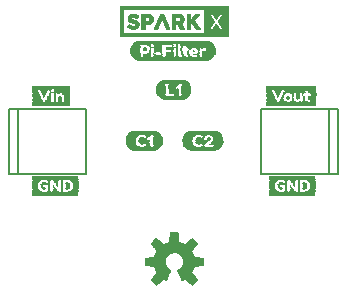
<source format=gto>
G75*
%MOIN*%
%OFA0B0*%
%FSLAX25Y25*%
%IPPOS*%
%LPD*%
%AMOC8*
5,1,8,0,0,1.08239X$1,22.5*
%
%ADD10C,0.00039*%
%ADD11C,0.00300*%
%ADD12R,0.23780X0.00157*%
%ADD13R,0.24724X0.00157*%
%ADD14R,0.25354X0.00157*%
%ADD15R,0.25984X0.00157*%
%ADD16R,0.26299X0.00157*%
%ADD17R,0.26614X0.00157*%
%ADD18R,0.06299X0.00157*%
%ADD19R,0.06929X0.00157*%
%ADD20R,0.00945X0.00157*%
%ADD21R,0.11181X0.00157*%
%ADD22R,0.06614X0.00157*%
%ADD23R,0.00630X0.00157*%
%ADD24R,0.02992X0.00157*%
%ADD25R,0.01260X0.00157*%
%ADD26R,0.00472X0.00157*%
%ADD27R,0.11339X0.00157*%
%ADD28R,0.02835X0.00157*%
%ADD29R,0.00315X0.00157*%
%ADD30R,0.01102X0.00157*%
%ADD31R,0.09449X0.00157*%
%ADD32R,0.03150X0.00157*%
%ADD33R,0.00787X0.00157*%
%ADD34R,0.09606X0.00157*%
%ADD35R,0.03307X0.00157*%
%ADD36R,0.04252X0.00157*%
%ADD37R,0.01732X0.00157*%
%ADD38R,0.01890X0.00157*%
%ADD39R,0.03937X0.00157*%
%ADD40R,0.03465X0.00157*%
%ADD41R,0.02520X0.00157*%
%ADD42R,0.00157X0.00157*%
%ADD43R,0.04409X0.00157*%
%ADD44R,0.04567X0.00157*%
%ADD45R,0.01575X0.00157*%
%ADD46R,0.02205X0.00157*%
%ADD47R,0.04094X0.00157*%
%ADD48R,0.02677X0.00157*%
%ADD49R,0.26929X0.00157*%
%ADD50R,0.07717X0.00157*%
%ADD51R,0.08661X0.00157*%
%ADD52R,0.09291X0.00157*%
%ADD53R,0.09921X0.00157*%
%ADD54R,0.10236X0.00157*%
%ADD55R,0.10551X0.00157*%
%ADD56R,0.10866X0.00157*%
%ADD57R,0.06142X0.00157*%
%ADD58R,0.03780X0.00157*%
%ADD59R,0.01417X0.00157*%
%ADD60R,0.03622X0.00157*%
%ADD61R,0.02047X0.00157*%
%ADD62R,0.08976X0.00157*%
%ADD63R,0.11496X0.00157*%
%ADD64R,0.11811X0.00157*%
%ADD65R,0.12126X0.00157*%
%ADD66R,0.07087X0.00157*%
%ADD67R,0.08031X0.00157*%
%ADD68R,0.02362X0.00157*%
%ADD69R,0.15276X0.00157*%
%ADD70R,0.11024X0.00157*%
%ADD71R,0.12441X0.00157*%
%ADD72R,0.06457X0.00157*%
%ADD73R,0.05512X0.00157*%
%ADD74R,0.05354X0.00157*%
%ADD75R,0.06772X0.00157*%
%ADD76R,0.16535X0.00157*%
%ADD77R,0.10709X0.00157*%
%ADD78R,0.07244X0.00157*%
%ADD79C,0.00800*%
D10*
X0150333Y0160018D02*
X0177967Y0160018D01*
X0186333Y0160018D01*
X0186333Y0164515D01*
X0183314Y0164515D01*
X0184631Y0162584D01*
X0183381Y0162584D01*
X0182298Y0164240D01*
X0181207Y0162584D01*
X0180001Y0162584D01*
X0181326Y0164515D01*
X0178291Y0164515D01*
X0178291Y0160943D01*
X0177967Y0160943D01*
X0177967Y0160018D01*
X0177967Y0160943D01*
X0151259Y0160943D01*
X0151259Y0169057D01*
X0178291Y0169057D01*
X0178291Y0164515D01*
X0181326Y0164515D01*
X0181686Y0165040D01*
X0180073Y0167412D01*
X0181315Y0167412D01*
X0182330Y0165846D01*
X0183353Y0167412D01*
X0184559Y0167412D01*
X0182946Y0165054D01*
X0183314Y0164515D01*
X0186333Y0164515D01*
X0186333Y0169982D01*
X0178291Y0169982D01*
X0150333Y0169982D01*
X0150333Y0160018D01*
X0150333Y0160044D02*
X0177967Y0160044D01*
X0186333Y0160044D01*
X0186333Y0160082D02*
X0177967Y0160082D01*
X0150333Y0160082D01*
X0150333Y0160120D02*
X0177967Y0160120D01*
X0186333Y0160120D01*
X0186333Y0160157D02*
X0177967Y0160157D01*
X0150333Y0160157D01*
X0150333Y0160195D02*
X0177967Y0160195D01*
X0186333Y0160195D01*
X0186333Y0160233D02*
X0177967Y0160233D01*
X0150333Y0160233D01*
X0150333Y0160271D02*
X0177967Y0160271D01*
X0186333Y0160271D01*
X0186333Y0160309D02*
X0177967Y0160309D01*
X0150333Y0160309D01*
X0150333Y0160347D02*
X0177967Y0160347D01*
X0186333Y0160347D01*
X0186333Y0160385D02*
X0177967Y0160385D01*
X0150333Y0160385D01*
X0150333Y0160423D02*
X0177967Y0160423D01*
X0186333Y0160423D01*
X0186333Y0160460D02*
X0177967Y0160460D01*
X0150333Y0160460D01*
X0150333Y0160498D02*
X0177967Y0160498D01*
X0186333Y0160498D01*
X0186333Y0160536D02*
X0177967Y0160536D01*
X0150333Y0160536D01*
X0150333Y0160574D02*
X0177967Y0160574D01*
X0186333Y0160574D01*
X0186333Y0160612D02*
X0177967Y0160612D01*
X0150333Y0160612D01*
X0150333Y0160650D02*
X0177967Y0160650D01*
X0186333Y0160650D01*
X0186333Y0160688D02*
X0177967Y0160688D01*
X0150333Y0160688D01*
X0150333Y0160726D02*
X0177967Y0160726D01*
X0186333Y0160726D01*
X0186333Y0160763D02*
X0177967Y0160763D01*
X0150333Y0160763D01*
X0150333Y0160801D02*
X0177967Y0160801D01*
X0186333Y0160801D01*
X0186333Y0160839D02*
X0177967Y0160839D01*
X0150333Y0160839D01*
X0150333Y0160877D02*
X0177967Y0160877D01*
X0186333Y0160877D01*
X0186333Y0160915D02*
X0177967Y0160915D01*
X0150333Y0160915D01*
X0150333Y0160953D02*
X0151259Y0160953D01*
X0151259Y0160991D02*
X0150333Y0160991D01*
X0150333Y0161029D02*
X0151259Y0161029D01*
X0151259Y0161067D02*
X0150333Y0161067D01*
X0150333Y0161104D02*
X0151259Y0161104D01*
X0151259Y0161142D02*
X0150333Y0161142D01*
X0150333Y0161180D02*
X0151259Y0161180D01*
X0151259Y0161218D02*
X0150333Y0161218D01*
X0150333Y0161256D02*
X0151259Y0161256D01*
X0151259Y0161294D02*
X0150333Y0161294D01*
X0150333Y0161332D02*
X0151259Y0161332D01*
X0151259Y0161370D02*
X0150333Y0161370D01*
X0150333Y0161407D02*
X0151259Y0161407D01*
X0151259Y0161445D02*
X0150333Y0161445D01*
X0150333Y0161483D02*
X0151259Y0161483D01*
X0151259Y0161521D02*
X0150333Y0161521D01*
X0150333Y0161559D02*
X0151259Y0161559D01*
X0151259Y0161597D02*
X0150333Y0161597D01*
X0150333Y0161635D02*
X0151259Y0161635D01*
X0151259Y0161673D02*
X0150333Y0161673D01*
X0150333Y0161711D02*
X0151259Y0161711D01*
X0151259Y0161748D02*
X0150333Y0161748D01*
X0150333Y0161786D02*
X0151259Y0161786D01*
X0151259Y0161824D02*
X0150333Y0161824D01*
X0150333Y0161862D02*
X0151259Y0161862D01*
X0151259Y0161900D02*
X0150333Y0161900D01*
X0150333Y0161938D02*
X0151259Y0161938D01*
X0151259Y0161976D02*
X0150333Y0161976D01*
X0150333Y0162014D02*
X0151259Y0162014D01*
X0151259Y0162051D02*
X0150333Y0162051D01*
X0150333Y0162089D02*
X0151259Y0162089D01*
X0151259Y0162127D02*
X0150333Y0162127D01*
X0150333Y0162165D02*
X0151259Y0162165D01*
X0151259Y0162203D02*
X0150333Y0162203D01*
X0150333Y0162241D02*
X0151259Y0162241D01*
X0151259Y0162279D02*
X0150333Y0162279D01*
X0150333Y0162317D02*
X0151259Y0162317D01*
X0151259Y0162355D02*
X0150333Y0162355D01*
X0150333Y0162392D02*
X0151259Y0162392D01*
X0151259Y0162430D02*
X0150333Y0162430D01*
X0150333Y0162468D02*
X0151259Y0162468D01*
X0151259Y0162506D02*
X0150333Y0162506D01*
X0150333Y0162544D02*
X0151259Y0162544D01*
X0151259Y0162582D02*
X0150333Y0162582D01*
X0150333Y0162620D02*
X0151259Y0162620D01*
X0151259Y0162658D02*
X0150333Y0162658D01*
X0150333Y0162695D02*
X0151259Y0162695D01*
X0151259Y0162733D02*
X0150333Y0162733D01*
X0150333Y0162771D02*
X0151259Y0162771D01*
X0151259Y0162809D02*
X0150333Y0162809D01*
X0150333Y0162847D02*
X0151259Y0162847D01*
X0151259Y0162885D02*
X0150333Y0162885D01*
X0150333Y0162923D02*
X0151259Y0162923D01*
X0151259Y0162961D02*
X0150333Y0162961D01*
X0150333Y0162998D02*
X0151259Y0162998D01*
X0151259Y0163036D02*
X0150333Y0163036D01*
X0150333Y0163074D02*
X0151259Y0163074D01*
X0151259Y0163112D02*
X0150333Y0163112D01*
X0150333Y0163150D02*
X0151259Y0163150D01*
X0151259Y0163188D02*
X0150333Y0163188D01*
X0150333Y0163226D02*
X0151259Y0163226D01*
X0151259Y0163264D02*
X0150333Y0163264D01*
X0150333Y0163302D02*
X0151259Y0163302D01*
X0151259Y0163339D02*
X0150333Y0163339D01*
X0150333Y0163377D02*
X0151259Y0163377D01*
X0151259Y0163415D02*
X0150333Y0163415D01*
X0150333Y0163453D02*
X0151259Y0163453D01*
X0151259Y0163491D02*
X0150333Y0163491D01*
X0150333Y0163529D02*
X0151259Y0163529D01*
X0151259Y0163567D02*
X0150333Y0163567D01*
X0150333Y0163605D02*
X0151259Y0163605D01*
X0151259Y0163642D02*
X0150333Y0163642D01*
X0150333Y0163680D02*
X0151259Y0163680D01*
X0151259Y0163718D02*
X0150333Y0163718D01*
X0150333Y0163756D02*
X0151259Y0163756D01*
X0151259Y0163794D02*
X0150333Y0163794D01*
X0150333Y0163832D02*
X0151259Y0163832D01*
X0151259Y0163870D02*
X0150333Y0163870D01*
X0150333Y0163908D02*
X0151259Y0163908D01*
X0151259Y0163946D02*
X0150333Y0163946D01*
X0150333Y0163983D02*
X0151259Y0163983D01*
X0151259Y0164021D02*
X0150333Y0164021D01*
X0150333Y0164059D02*
X0151259Y0164059D01*
X0151259Y0164097D02*
X0150333Y0164097D01*
X0150333Y0164135D02*
X0151259Y0164135D01*
X0151259Y0164173D02*
X0150333Y0164173D01*
X0150333Y0164211D02*
X0151259Y0164211D01*
X0151259Y0164249D02*
X0150333Y0164249D01*
X0150333Y0164286D02*
X0151259Y0164286D01*
X0151259Y0164324D02*
X0150333Y0164324D01*
X0150333Y0164362D02*
X0151259Y0164362D01*
X0151259Y0164400D02*
X0150333Y0164400D01*
X0150333Y0164438D02*
X0151259Y0164438D01*
X0151259Y0164476D02*
X0150333Y0164476D01*
X0150333Y0164514D02*
X0151259Y0164514D01*
X0151259Y0164552D02*
X0150333Y0164552D01*
X0150333Y0164590D02*
X0151259Y0164590D01*
X0151259Y0164627D02*
X0150333Y0164627D01*
X0150333Y0164665D02*
X0151259Y0164665D01*
X0151259Y0164703D02*
X0150333Y0164703D01*
X0150333Y0164741D02*
X0151259Y0164741D01*
X0151259Y0164779D02*
X0150333Y0164779D01*
X0150333Y0164817D02*
X0151259Y0164817D01*
X0151259Y0164855D02*
X0150333Y0164855D01*
X0150333Y0164893D02*
X0151259Y0164893D01*
X0151259Y0164930D02*
X0150333Y0164930D01*
X0150333Y0164968D02*
X0151259Y0164968D01*
X0151259Y0165006D02*
X0150333Y0165006D01*
X0150333Y0165044D02*
X0151259Y0165044D01*
X0151259Y0165082D02*
X0150333Y0165082D01*
X0150333Y0165120D02*
X0151259Y0165120D01*
X0151259Y0165158D02*
X0150333Y0165158D01*
X0150333Y0165196D02*
X0151259Y0165196D01*
X0151259Y0165233D02*
X0150333Y0165233D01*
X0150333Y0165271D02*
X0151259Y0165271D01*
X0151259Y0165309D02*
X0150333Y0165309D01*
X0150333Y0165347D02*
X0151259Y0165347D01*
X0151259Y0165385D02*
X0150333Y0165385D01*
X0150333Y0165423D02*
X0151259Y0165423D01*
X0151259Y0165461D02*
X0150333Y0165461D01*
X0150333Y0165499D02*
X0151259Y0165499D01*
X0151259Y0165537D02*
X0150333Y0165537D01*
X0150333Y0165574D02*
X0151259Y0165574D01*
X0151259Y0165612D02*
X0150333Y0165612D01*
X0150333Y0165650D02*
X0151259Y0165650D01*
X0151259Y0165688D02*
X0150333Y0165688D01*
X0150333Y0165726D02*
X0151259Y0165726D01*
X0151259Y0165764D02*
X0150333Y0165764D01*
X0150333Y0165802D02*
X0151259Y0165802D01*
X0151259Y0165840D02*
X0150333Y0165840D01*
X0150333Y0165877D02*
X0151259Y0165877D01*
X0151259Y0165915D02*
X0150333Y0165915D01*
X0150333Y0165953D02*
X0151259Y0165953D01*
X0151259Y0165991D02*
X0150333Y0165991D01*
X0150333Y0166029D02*
X0151259Y0166029D01*
X0151259Y0166067D02*
X0150333Y0166067D01*
X0150333Y0166105D02*
X0151259Y0166105D01*
X0151259Y0166143D02*
X0150333Y0166143D01*
X0150333Y0166181D02*
X0151259Y0166181D01*
X0151259Y0166218D02*
X0150333Y0166218D01*
X0150333Y0166256D02*
X0151259Y0166256D01*
X0151259Y0166294D02*
X0150333Y0166294D01*
X0150333Y0166332D02*
X0151259Y0166332D01*
X0151259Y0166370D02*
X0150333Y0166370D01*
X0150333Y0166408D02*
X0151259Y0166408D01*
X0151259Y0166446D02*
X0150333Y0166446D01*
X0150333Y0166484D02*
X0151259Y0166484D01*
X0151259Y0166521D02*
X0150333Y0166521D01*
X0150333Y0166559D02*
X0151259Y0166559D01*
X0151259Y0166597D02*
X0150333Y0166597D01*
X0150333Y0166635D02*
X0151259Y0166635D01*
X0151259Y0166673D02*
X0150333Y0166673D01*
X0150333Y0166711D02*
X0151259Y0166711D01*
X0151259Y0166749D02*
X0150333Y0166749D01*
X0150333Y0166787D02*
X0151259Y0166787D01*
X0151259Y0166825D02*
X0150333Y0166825D01*
X0150333Y0166862D02*
X0151259Y0166862D01*
X0151259Y0166900D02*
X0150333Y0166900D01*
X0150333Y0166938D02*
X0151259Y0166938D01*
X0151259Y0166976D02*
X0150333Y0166976D01*
X0150333Y0167014D02*
X0151259Y0167014D01*
X0151259Y0167052D02*
X0150333Y0167052D01*
X0150333Y0167090D02*
X0151259Y0167090D01*
X0151259Y0167128D02*
X0150333Y0167128D01*
X0150333Y0167165D02*
X0151259Y0167165D01*
X0151259Y0167203D02*
X0150333Y0167203D01*
X0150333Y0167241D02*
X0151259Y0167241D01*
X0151259Y0167279D02*
X0150333Y0167279D01*
X0150333Y0167317D02*
X0151259Y0167317D01*
X0151259Y0167355D02*
X0150333Y0167355D01*
X0150333Y0167393D02*
X0151259Y0167393D01*
X0151259Y0167431D02*
X0150333Y0167431D01*
X0150333Y0167468D02*
X0151259Y0167468D01*
X0151259Y0167506D02*
X0150333Y0167506D01*
X0150333Y0167544D02*
X0151259Y0167544D01*
X0151259Y0167582D02*
X0150333Y0167582D01*
X0150333Y0167620D02*
X0151259Y0167620D01*
X0151259Y0167658D02*
X0150333Y0167658D01*
X0150333Y0167696D02*
X0151259Y0167696D01*
X0151259Y0167734D02*
X0150333Y0167734D01*
X0150333Y0167772D02*
X0151259Y0167772D01*
X0151259Y0167809D02*
X0150333Y0167809D01*
X0150333Y0167847D02*
X0151259Y0167847D01*
X0151259Y0167885D02*
X0150333Y0167885D01*
X0150333Y0167923D02*
X0151259Y0167923D01*
X0151259Y0167961D02*
X0150333Y0167961D01*
X0150333Y0167999D02*
X0151259Y0167999D01*
X0151259Y0168037D02*
X0150333Y0168037D01*
X0150333Y0168075D02*
X0151259Y0168075D01*
X0151259Y0168112D02*
X0150333Y0168112D01*
X0150333Y0168150D02*
X0151259Y0168150D01*
X0151259Y0168188D02*
X0150333Y0168188D01*
X0150333Y0168226D02*
X0151259Y0168226D01*
X0151259Y0168264D02*
X0150333Y0168264D01*
X0150333Y0168302D02*
X0151259Y0168302D01*
X0151259Y0168340D02*
X0150333Y0168340D01*
X0150333Y0168378D02*
X0151259Y0168378D01*
X0151259Y0168416D02*
X0150333Y0168416D01*
X0150333Y0168453D02*
X0151259Y0168453D01*
X0151259Y0168491D02*
X0150333Y0168491D01*
X0150333Y0168529D02*
X0151259Y0168529D01*
X0151259Y0168567D02*
X0150333Y0168567D01*
X0150333Y0168605D02*
X0151259Y0168605D01*
X0151259Y0168643D02*
X0150333Y0168643D01*
X0150333Y0168681D02*
X0151259Y0168681D01*
X0151259Y0168719D02*
X0150333Y0168719D01*
X0150333Y0168756D02*
X0151259Y0168756D01*
X0151259Y0168794D02*
X0150333Y0168794D01*
X0150333Y0168832D02*
X0151259Y0168832D01*
X0151259Y0168870D02*
X0150333Y0168870D01*
X0150333Y0168908D02*
X0151259Y0168908D01*
X0151259Y0168946D02*
X0150333Y0168946D01*
X0150333Y0168984D02*
X0151259Y0168984D01*
X0151259Y0169022D02*
X0150333Y0169022D01*
X0150333Y0169060D02*
X0186333Y0169060D01*
X0186333Y0169097D02*
X0150333Y0169097D01*
X0150333Y0169135D02*
X0186333Y0169135D01*
X0186333Y0169173D02*
X0150333Y0169173D01*
X0150333Y0169211D02*
X0186333Y0169211D01*
X0186333Y0169249D02*
X0150333Y0169249D01*
X0150333Y0169287D02*
X0186333Y0169287D01*
X0186333Y0169325D02*
X0150333Y0169325D01*
X0150333Y0169363D02*
X0186333Y0169363D01*
X0186333Y0169400D02*
X0150333Y0169400D01*
X0150333Y0169438D02*
X0186333Y0169438D01*
X0186333Y0169476D02*
X0150333Y0169476D01*
X0150333Y0169514D02*
X0186333Y0169514D01*
X0186333Y0169552D02*
X0150333Y0169552D01*
X0150333Y0169590D02*
X0186333Y0169590D01*
X0186333Y0169628D02*
X0150333Y0169628D01*
X0150333Y0169666D02*
X0186333Y0169666D01*
X0186333Y0169703D02*
X0150333Y0169703D01*
X0150333Y0169741D02*
X0186333Y0169741D01*
X0186333Y0169779D02*
X0150333Y0169779D01*
X0150333Y0169817D02*
X0186333Y0169817D01*
X0186333Y0169855D02*
X0150333Y0169855D01*
X0150333Y0169893D02*
X0186333Y0169893D01*
X0186333Y0169931D02*
X0150333Y0169931D01*
X0150333Y0169969D02*
X0186333Y0169969D01*
X0186333Y0169022D02*
X0178291Y0169022D01*
X0178291Y0168984D02*
X0186333Y0168984D01*
X0186333Y0168946D02*
X0178291Y0168946D01*
X0178291Y0168908D02*
X0186333Y0168908D01*
X0186333Y0168870D02*
X0178291Y0168870D01*
X0178291Y0168832D02*
X0186333Y0168832D01*
X0186333Y0168794D02*
X0178291Y0168794D01*
X0178291Y0168756D02*
X0186333Y0168756D01*
X0186333Y0168719D02*
X0178291Y0168719D01*
X0178291Y0168681D02*
X0186333Y0168681D01*
X0186333Y0168643D02*
X0178291Y0168643D01*
X0178291Y0168605D02*
X0186333Y0168605D01*
X0186333Y0168567D02*
X0178291Y0168567D01*
X0178291Y0168529D02*
X0186333Y0168529D01*
X0186333Y0168491D02*
X0178291Y0168491D01*
X0178291Y0168453D02*
X0186333Y0168453D01*
X0186333Y0168416D02*
X0178291Y0168416D01*
X0178291Y0168378D02*
X0186333Y0168378D01*
X0186333Y0168340D02*
X0178291Y0168340D01*
X0178291Y0168302D02*
X0186333Y0168302D01*
X0186333Y0168264D02*
X0178291Y0168264D01*
X0178291Y0168226D02*
X0186333Y0168226D01*
X0186333Y0168188D02*
X0178291Y0168188D01*
X0178291Y0168150D02*
X0186333Y0168150D01*
X0186333Y0168112D02*
X0178291Y0168112D01*
X0178291Y0168075D02*
X0186333Y0168075D01*
X0186333Y0168037D02*
X0178291Y0168037D01*
X0178291Y0167999D02*
X0186333Y0167999D01*
X0186333Y0167961D02*
X0178291Y0167961D01*
X0178291Y0167923D02*
X0186333Y0167923D01*
X0186333Y0167885D02*
X0178291Y0167885D01*
X0178291Y0167847D02*
X0186333Y0167847D01*
X0186333Y0167809D02*
X0178291Y0167809D01*
X0178291Y0167772D02*
X0186333Y0167772D01*
X0186333Y0167734D02*
X0178291Y0167734D01*
X0178291Y0167696D02*
X0186333Y0167696D01*
X0186333Y0167658D02*
X0178291Y0167658D01*
X0178291Y0167620D02*
X0186333Y0167620D01*
X0186333Y0167582D02*
X0178291Y0167582D01*
X0178291Y0167544D02*
X0186333Y0167544D01*
X0186333Y0167506D02*
X0178291Y0167506D01*
X0178291Y0167468D02*
X0186333Y0167468D01*
X0186333Y0167431D02*
X0178291Y0167431D01*
X0178291Y0167393D02*
X0180086Y0167393D01*
X0180112Y0167355D02*
X0178291Y0167355D01*
X0178291Y0167317D02*
X0180138Y0167317D01*
X0180163Y0167279D02*
X0178291Y0167279D01*
X0178291Y0167241D02*
X0180189Y0167241D01*
X0180215Y0167203D02*
X0178291Y0167203D01*
X0178291Y0167165D02*
X0180241Y0167165D01*
X0180266Y0167128D02*
X0178291Y0167128D01*
X0178291Y0167090D02*
X0180292Y0167090D01*
X0180318Y0167052D02*
X0178291Y0167052D01*
X0178291Y0167014D02*
X0180344Y0167014D01*
X0180369Y0166976D02*
X0178291Y0166976D01*
X0178291Y0166938D02*
X0180395Y0166938D01*
X0180421Y0166900D02*
X0178291Y0166900D01*
X0178291Y0166862D02*
X0180447Y0166862D01*
X0180472Y0166825D02*
X0178291Y0166825D01*
X0178291Y0166787D02*
X0180498Y0166787D01*
X0180524Y0166749D02*
X0178291Y0166749D01*
X0178291Y0166711D02*
X0180550Y0166711D01*
X0180575Y0166673D02*
X0178291Y0166673D01*
X0178291Y0166635D02*
X0180601Y0166635D01*
X0180627Y0166597D02*
X0178291Y0166597D01*
X0178291Y0166559D02*
X0180653Y0166559D01*
X0180678Y0166521D02*
X0178291Y0166521D01*
X0178291Y0166484D02*
X0180704Y0166484D01*
X0180730Y0166446D02*
X0178291Y0166446D01*
X0178291Y0166408D02*
X0180756Y0166408D01*
X0180781Y0166370D02*
X0178291Y0166370D01*
X0178291Y0166332D02*
X0180807Y0166332D01*
X0180833Y0166294D02*
X0178291Y0166294D01*
X0178291Y0166256D02*
X0180859Y0166256D01*
X0180884Y0166218D02*
X0178291Y0166218D01*
X0178291Y0166181D02*
X0180910Y0166181D01*
X0180936Y0166143D02*
X0178291Y0166143D01*
X0178291Y0166105D02*
X0180962Y0166105D01*
X0180987Y0166067D02*
X0178291Y0166067D01*
X0178291Y0166029D02*
X0181013Y0166029D01*
X0181039Y0165991D02*
X0178291Y0165991D01*
X0178291Y0165953D02*
X0181065Y0165953D01*
X0181090Y0165915D02*
X0178291Y0165915D01*
X0178291Y0165877D02*
X0181116Y0165877D01*
X0181142Y0165840D02*
X0178291Y0165840D01*
X0178291Y0165802D02*
X0181168Y0165802D01*
X0181193Y0165764D02*
X0178291Y0165764D01*
X0178291Y0165726D02*
X0181219Y0165726D01*
X0181245Y0165688D02*
X0178291Y0165688D01*
X0178291Y0165650D02*
X0181271Y0165650D01*
X0181296Y0165612D02*
X0178291Y0165612D01*
X0178291Y0165574D02*
X0181322Y0165574D01*
X0181348Y0165537D02*
X0178291Y0165537D01*
X0178291Y0165499D02*
X0181374Y0165499D01*
X0181399Y0165461D02*
X0178291Y0165461D01*
X0178291Y0165423D02*
X0181425Y0165423D01*
X0181451Y0165385D02*
X0178291Y0165385D01*
X0178291Y0165347D02*
X0181477Y0165347D01*
X0181502Y0165309D02*
X0178291Y0165309D01*
X0178291Y0165271D02*
X0181528Y0165271D01*
X0181554Y0165233D02*
X0178291Y0165233D01*
X0178291Y0165196D02*
X0181580Y0165196D01*
X0181605Y0165158D02*
X0178291Y0165158D01*
X0178291Y0165120D02*
X0181631Y0165120D01*
X0181657Y0165082D02*
X0178291Y0165082D01*
X0178291Y0165044D02*
X0181683Y0165044D01*
X0181663Y0165006D02*
X0178291Y0165006D01*
X0178291Y0164968D02*
X0181637Y0164968D01*
X0181611Y0164930D02*
X0178291Y0164930D01*
X0178291Y0164893D02*
X0181585Y0164893D01*
X0181559Y0164855D02*
X0178291Y0164855D01*
X0178291Y0164817D02*
X0181533Y0164817D01*
X0181507Y0164779D02*
X0178291Y0164779D01*
X0178291Y0164741D02*
X0181481Y0164741D01*
X0181455Y0164703D02*
X0178291Y0164703D01*
X0178291Y0164665D02*
X0181429Y0164665D01*
X0181403Y0164627D02*
X0178291Y0164627D01*
X0178291Y0164590D02*
X0181377Y0164590D01*
X0181351Y0164552D02*
X0178291Y0164552D01*
X0178291Y0164514D02*
X0181325Y0164514D01*
X0181299Y0164476D02*
X0178291Y0164476D01*
X0178291Y0164438D02*
X0181273Y0164438D01*
X0181247Y0164400D02*
X0178291Y0164400D01*
X0178291Y0164362D02*
X0181221Y0164362D01*
X0181195Y0164324D02*
X0178291Y0164324D01*
X0178291Y0164286D02*
X0181169Y0164286D01*
X0181143Y0164249D02*
X0178291Y0164249D01*
X0178291Y0164211D02*
X0181117Y0164211D01*
X0181091Y0164173D02*
X0178291Y0164173D01*
X0178291Y0164135D02*
X0181065Y0164135D01*
X0181039Y0164097D02*
X0178291Y0164097D01*
X0178291Y0164059D02*
X0181013Y0164059D01*
X0180987Y0164021D02*
X0178291Y0164021D01*
X0178291Y0163983D02*
X0180961Y0163983D01*
X0180935Y0163946D02*
X0178291Y0163946D01*
X0178291Y0163908D02*
X0180909Y0163908D01*
X0180883Y0163870D02*
X0178291Y0163870D01*
X0178291Y0163832D02*
X0180857Y0163832D01*
X0180831Y0163794D02*
X0178291Y0163794D01*
X0178291Y0163756D02*
X0180805Y0163756D01*
X0180779Y0163718D02*
X0178291Y0163718D01*
X0178291Y0163680D02*
X0180753Y0163680D01*
X0180727Y0163642D02*
X0178291Y0163642D01*
X0178291Y0163605D02*
X0180701Y0163605D01*
X0180675Y0163567D02*
X0178291Y0163567D01*
X0178291Y0163529D02*
X0180649Y0163529D01*
X0180623Y0163491D02*
X0178291Y0163491D01*
X0178291Y0163453D02*
X0180597Y0163453D01*
X0180571Y0163415D02*
X0178291Y0163415D01*
X0178291Y0163377D02*
X0180545Y0163377D01*
X0180519Y0163339D02*
X0178291Y0163339D01*
X0178291Y0163302D02*
X0180493Y0163302D01*
X0180467Y0163264D02*
X0178291Y0163264D01*
X0178291Y0163226D02*
X0180441Y0163226D01*
X0180415Y0163188D02*
X0178291Y0163188D01*
X0178291Y0163150D02*
X0180389Y0163150D01*
X0180363Y0163112D02*
X0178291Y0163112D01*
X0178291Y0163074D02*
X0180337Y0163074D01*
X0180311Y0163036D02*
X0178291Y0163036D01*
X0178291Y0162998D02*
X0180285Y0162998D01*
X0180259Y0162961D02*
X0178291Y0162961D01*
X0178291Y0162923D02*
X0180233Y0162923D01*
X0180207Y0162885D02*
X0178291Y0162885D01*
X0178291Y0162847D02*
X0180181Y0162847D01*
X0180155Y0162809D02*
X0178291Y0162809D01*
X0178291Y0162771D02*
X0180129Y0162771D01*
X0180103Y0162733D02*
X0178291Y0162733D01*
X0178291Y0162695D02*
X0180077Y0162695D01*
X0180051Y0162658D02*
X0178291Y0162658D01*
X0178291Y0162620D02*
X0180025Y0162620D01*
X0181230Y0162620D02*
X0183358Y0162620D01*
X0183333Y0162658D02*
X0181255Y0162658D01*
X0181280Y0162695D02*
X0183309Y0162695D01*
X0183284Y0162733D02*
X0181305Y0162733D01*
X0181330Y0162771D02*
X0183259Y0162771D01*
X0183234Y0162809D02*
X0181355Y0162809D01*
X0181380Y0162847D02*
X0183210Y0162847D01*
X0183185Y0162885D02*
X0181405Y0162885D01*
X0181430Y0162923D02*
X0183160Y0162923D01*
X0183135Y0162961D02*
X0181455Y0162961D01*
X0181480Y0162998D02*
X0183110Y0162998D01*
X0183086Y0163036D02*
X0181505Y0163036D01*
X0181530Y0163074D02*
X0183061Y0163074D01*
X0183036Y0163112D02*
X0181555Y0163112D01*
X0181580Y0163150D02*
X0183011Y0163150D01*
X0182986Y0163188D02*
X0181604Y0163188D01*
X0181629Y0163226D02*
X0182962Y0163226D01*
X0182937Y0163264D02*
X0181654Y0163264D01*
X0181679Y0163302D02*
X0182912Y0163302D01*
X0182887Y0163339D02*
X0181704Y0163339D01*
X0181729Y0163377D02*
X0182862Y0163377D01*
X0182838Y0163415D02*
X0181754Y0163415D01*
X0181779Y0163453D02*
X0182813Y0163453D01*
X0182788Y0163491D02*
X0181804Y0163491D01*
X0181829Y0163529D02*
X0182763Y0163529D01*
X0182739Y0163567D02*
X0181854Y0163567D01*
X0181879Y0163605D02*
X0182714Y0163605D01*
X0182689Y0163642D02*
X0181904Y0163642D01*
X0181929Y0163680D02*
X0182664Y0163680D01*
X0182639Y0163718D02*
X0181954Y0163718D01*
X0181979Y0163756D02*
X0182615Y0163756D01*
X0182590Y0163794D02*
X0182004Y0163794D01*
X0182029Y0163832D02*
X0182565Y0163832D01*
X0182540Y0163870D02*
X0182054Y0163870D01*
X0182079Y0163908D02*
X0182515Y0163908D01*
X0182491Y0163946D02*
X0182103Y0163946D01*
X0182128Y0163983D02*
X0182466Y0163983D01*
X0182441Y0164021D02*
X0182153Y0164021D01*
X0182178Y0164059D02*
X0182416Y0164059D01*
X0182392Y0164097D02*
X0182203Y0164097D01*
X0182228Y0164135D02*
X0182367Y0164135D01*
X0182342Y0164173D02*
X0182253Y0164173D01*
X0182278Y0164211D02*
X0182317Y0164211D01*
X0183133Y0164779D02*
X0186333Y0164779D01*
X0186333Y0164817D02*
X0183108Y0164817D01*
X0183082Y0164855D02*
X0186333Y0164855D01*
X0186333Y0164893D02*
X0183056Y0164893D01*
X0183030Y0164930D02*
X0186333Y0164930D01*
X0186333Y0164968D02*
X0183004Y0164968D01*
X0182978Y0165006D02*
X0186333Y0165006D01*
X0186333Y0165044D02*
X0182952Y0165044D01*
X0182965Y0165082D02*
X0186333Y0165082D01*
X0186333Y0165120D02*
X0182991Y0165120D01*
X0183017Y0165158D02*
X0186333Y0165158D01*
X0186333Y0165196D02*
X0183043Y0165196D01*
X0183069Y0165233D02*
X0186333Y0165233D01*
X0186333Y0165271D02*
X0183094Y0165271D01*
X0183120Y0165309D02*
X0186333Y0165309D01*
X0186333Y0165347D02*
X0183146Y0165347D01*
X0183172Y0165385D02*
X0186333Y0165385D01*
X0186333Y0165423D02*
X0183198Y0165423D01*
X0183224Y0165461D02*
X0186333Y0165461D01*
X0186333Y0165499D02*
X0183250Y0165499D01*
X0183276Y0165537D02*
X0186333Y0165537D01*
X0186333Y0165574D02*
X0183302Y0165574D01*
X0183328Y0165612D02*
X0186333Y0165612D01*
X0186333Y0165650D02*
X0183354Y0165650D01*
X0183379Y0165688D02*
X0186333Y0165688D01*
X0186333Y0165726D02*
X0183405Y0165726D01*
X0183431Y0165764D02*
X0186333Y0165764D01*
X0186333Y0165802D02*
X0183457Y0165802D01*
X0183483Y0165840D02*
X0186333Y0165840D01*
X0186333Y0165877D02*
X0183509Y0165877D01*
X0183535Y0165915D02*
X0186333Y0165915D01*
X0186333Y0165953D02*
X0183561Y0165953D01*
X0183587Y0165991D02*
X0186333Y0165991D01*
X0186333Y0166029D02*
X0183613Y0166029D01*
X0183639Y0166067D02*
X0186333Y0166067D01*
X0186333Y0166105D02*
X0183664Y0166105D01*
X0183690Y0166143D02*
X0186333Y0166143D01*
X0186333Y0166181D02*
X0183716Y0166181D01*
X0183742Y0166218D02*
X0186333Y0166218D01*
X0186333Y0166256D02*
X0183768Y0166256D01*
X0183794Y0166294D02*
X0186333Y0166294D01*
X0186333Y0166332D02*
X0183820Y0166332D01*
X0183846Y0166370D02*
X0186333Y0166370D01*
X0186333Y0166408D02*
X0183872Y0166408D01*
X0183898Y0166446D02*
X0186333Y0166446D01*
X0186333Y0166484D02*
X0183924Y0166484D01*
X0183949Y0166521D02*
X0186333Y0166521D01*
X0186333Y0166559D02*
X0183975Y0166559D01*
X0184001Y0166597D02*
X0186333Y0166597D01*
X0186333Y0166635D02*
X0184027Y0166635D01*
X0184053Y0166673D02*
X0186333Y0166673D01*
X0186333Y0166711D02*
X0184079Y0166711D01*
X0184105Y0166749D02*
X0186333Y0166749D01*
X0186333Y0166787D02*
X0184131Y0166787D01*
X0184157Y0166825D02*
X0186333Y0166825D01*
X0186333Y0166862D02*
X0184183Y0166862D01*
X0184209Y0166900D02*
X0186333Y0166900D01*
X0186333Y0166938D02*
X0184234Y0166938D01*
X0184260Y0166976D02*
X0186333Y0166976D01*
X0186333Y0167014D02*
X0184286Y0167014D01*
X0184312Y0167052D02*
X0186333Y0167052D01*
X0186333Y0167090D02*
X0184338Y0167090D01*
X0184364Y0167128D02*
X0186333Y0167128D01*
X0186333Y0167165D02*
X0184390Y0167165D01*
X0184416Y0167203D02*
X0186333Y0167203D01*
X0186333Y0167241D02*
X0184442Y0167241D01*
X0184468Y0167279D02*
X0186333Y0167279D01*
X0186333Y0167317D02*
X0184494Y0167317D01*
X0184519Y0167355D02*
X0186333Y0167355D01*
X0186333Y0167393D02*
X0184545Y0167393D01*
X0183340Y0167393D02*
X0181327Y0167393D01*
X0181352Y0167355D02*
X0183315Y0167355D01*
X0183290Y0167317D02*
X0181377Y0167317D01*
X0181401Y0167279D02*
X0183266Y0167279D01*
X0183241Y0167241D02*
X0181426Y0167241D01*
X0181450Y0167203D02*
X0183216Y0167203D01*
X0183192Y0167165D02*
X0181475Y0167165D01*
X0181499Y0167128D02*
X0183167Y0167128D01*
X0183142Y0167090D02*
X0181524Y0167090D01*
X0181548Y0167052D02*
X0183117Y0167052D01*
X0183093Y0167014D02*
X0181573Y0167014D01*
X0181598Y0166976D02*
X0183068Y0166976D01*
X0183043Y0166938D02*
X0181622Y0166938D01*
X0181647Y0166900D02*
X0183018Y0166900D01*
X0182994Y0166862D02*
X0181671Y0166862D01*
X0181696Y0166825D02*
X0182969Y0166825D01*
X0182944Y0166787D02*
X0181720Y0166787D01*
X0181745Y0166749D02*
X0182920Y0166749D01*
X0182895Y0166711D02*
X0181769Y0166711D01*
X0181794Y0166673D02*
X0182870Y0166673D01*
X0182845Y0166635D02*
X0181819Y0166635D01*
X0181843Y0166597D02*
X0182821Y0166597D01*
X0182796Y0166559D02*
X0181868Y0166559D01*
X0181892Y0166521D02*
X0182771Y0166521D01*
X0182746Y0166484D02*
X0181917Y0166484D01*
X0181941Y0166446D02*
X0182722Y0166446D01*
X0182697Y0166408D02*
X0181966Y0166408D01*
X0181990Y0166370D02*
X0182672Y0166370D01*
X0182647Y0166332D02*
X0182015Y0166332D01*
X0182040Y0166294D02*
X0182623Y0166294D01*
X0182598Y0166256D02*
X0182064Y0166256D01*
X0182089Y0166218D02*
X0182573Y0166218D01*
X0182549Y0166181D02*
X0182113Y0166181D01*
X0182138Y0166143D02*
X0182524Y0166143D01*
X0182499Y0166105D02*
X0182162Y0166105D01*
X0182187Y0166067D02*
X0182474Y0166067D01*
X0182450Y0166029D02*
X0182211Y0166029D01*
X0182236Y0165991D02*
X0182425Y0165991D01*
X0182400Y0165953D02*
X0182261Y0165953D01*
X0182285Y0165915D02*
X0182375Y0165915D01*
X0182351Y0165877D02*
X0182310Y0165877D01*
X0183159Y0164741D02*
X0186333Y0164741D01*
X0186333Y0164703D02*
X0183185Y0164703D01*
X0183211Y0164665D02*
X0186333Y0164665D01*
X0186333Y0164627D02*
X0183237Y0164627D01*
X0183263Y0164590D02*
X0186333Y0164590D01*
X0186333Y0164552D02*
X0183289Y0164552D01*
X0183314Y0164514D02*
X0186333Y0164514D01*
X0186333Y0164476D02*
X0183340Y0164476D01*
X0183366Y0164438D02*
X0186333Y0164438D01*
X0186333Y0164400D02*
X0183392Y0164400D01*
X0183418Y0164362D02*
X0186333Y0164362D01*
X0186333Y0164324D02*
X0183444Y0164324D01*
X0183469Y0164286D02*
X0186333Y0164286D01*
X0186333Y0164249D02*
X0183495Y0164249D01*
X0183521Y0164211D02*
X0186333Y0164211D01*
X0186333Y0164173D02*
X0183547Y0164173D01*
X0183573Y0164135D02*
X0186333Y0164135D01*
X0186333Y0164097D02*
X0183599Y0164097D01*
X0183625Y0164059D02*
X0186333Y0164059D01*
X0186333Y0164021D02*
X0183650Y0164021D01*
X0183676Y0163983D02*
X0186333Y0163983D01*
X0186333Y0163946D02*
X0183702Y0163946D01*
X0183728Y0163908D02*
X0186333Y0163908D01*
X0186333Y0163870D02*
X0183754Y0163870D01*
X0183780Y0163832D02*
X0186333Y0163832D01*
X0186333Y0163794D02*
X0183805Y0163794D01*
X0183831Y0163756D02*
X0186333Y0163756D01*
X0186333Y0163718D02*
X0183857Y0163718D01*
X0183883Y0163680D02*
X0186333Y0163680D01*
X0186333Y0163642D02*
X0183909Y0163642D01*
X0183935Y0163605D02*
X0186333Y0163605D01*
X0186333Y0163567D02*
X0183960Y0163567D01*
X0183986Y0163529D02*
X0186333Y0163529D01*
X0186333Y0163491D02*
X0184012Y0163491D01*
X0184038Y0163453D02*
X0186333Y0163453D01*
X0186333Y0163415D02*
X0184064Y0163415D01*
X0184090Y0163377D02*
X0186333Y0163377D01*
X0186333Y0163339D02*
X0184115Y0163339D01*
X0184141Y0163302D02*
X0186333Y0163302D01*
X0186333Y0163264D02*
X0184167Y0163264D01*
X0184193Y0163226D02*
X0186333Y0163226D01*
X0186333Y0163188D02*
X0184219Y0163188D01*
X0184245Y0163150D02*
X0186333Y0163150D01*
X0186333Y0163112D02*
X0184271Y0163112D01*
X0184296Y0163074D02*
X0186333Y0163074D01*
X0186333Y0163036D02*
X0184322Y0163036D01*
X0184348Y0162998D02*
X0186333Y0162998D01*
X0186333Y0162961D02*
X0184374Y0162961D01*
X0184400Y0162923D02*
X0186333Y0162923D01*
X0186333Y0162885D02*
X0184426Y0162885D01*
X0184451Y0162847D02*
X0186333Y0162847D01*
X0186333Y0162809D02*
X0184477Y0162809D01*
X0184503Y0162771D02*
X0186333Y0162771D01*
X0186333Y0162733D02*
X0184529Y0162733D01*
X0184555Y0162695D02*
X0186333Y0162695D01*
X0186333Y0162658D02*
X0184581Y0162658D01*
X0184606Y0162620D02*
X0186333Y0162620D01*
X0186333Y0162582D02*
X0178291Y0162582D01*
X0178291Y0162544D02*
X0186333Y0162544D01*
X0186333Y0162506D02*
X0178291Y0162506D01*
X0178291Y0162468D02*
X0186333Y0162468D01*
X0186333Y0162430D02*
X0178291Y0162430D01*
X0178291Y0162392D02*
X0186333Y0162392D01*
X0186333Y0162355D02*
X0178291Y0162355D01*
X0178291Y0162317D02*
X0186333Y0162317D01*
X0186333Y0162279D02*
X0178291Y0162279D01*
X0178291Y0162241D02*
X0186333Y0162241D01*
X0186333Y0162203D02*
X0178291Y0162203D01*
X0178291Y0162165D02*
X0186333Y0162165D01*
X0186333Y0162127D02*
X0178291Y0162127D01*
X0178291Y0162089D02*
X0186333Y0162089D01*
X0186333Y0162051D02*
X0178291Y0162051D01*
X0178291Y0162014D02*
X0186333Y0162014D01*
X0186333Y0161976D02*
X0178291Y0161976D01*
X0178291Y0161938D02*
X0186333Y0161938D01*
X0186333Y0161900D02*
X0178291Y0161900D01*
X0178291Y0161862D02*
X0186333Y0161862D01*
X0186333Y0161824D02*
X0178291Y0161824D01*
X0178291Y0161786D02*
X0186333Y0161786D01*
X0186333Y0161748D02*
X0178291Y0161748D01*
X0178291Y0161711D02*
X0186333Y0161711D01*
X0186333Y0161673D02*
X0178291Y0161673D01*
X0178291Y0161635D02*
X0186333Y0161635D01*
X0186333Y0161597D02*
X0178291Y0161597D01*
X0178291Y0161559D02*
X0186333Y0161559D01*
X0186333Y0161521D02*
X0178291Y0161521D01*
X0178291Y0161483D02*
X0186333Y0161483D01*
X0186333Y0161445D02*
X0178291Y0161445D01*
X0178291Y0161407D02*
X0186333Y0161407D01*
X0186333Y0161370D02*
X0178291Y0161370D01*
X0178291Y0161332D02*
X0186333Y0161332D01*
X0186333Y0161294D02*
X0178291Y0161294D01*
X0178291Y0161256D02*
X0186333Y0161256D01*
X0186333Y0161218D02*
X0178291Y0161218D01*
X0178291Y0161180D02*
X0186333Y0161180D01*
X0186333Y0161142D02*
X0178291Y0161142D01*
X0178291Y0161104D02*
X0186333Y0161104D01*
X0186333Y0161067D02*
X0178291Y0161067D01*
X0178291Y0161029D02*
X0186333Y0161029D01*
X0186333Y0160991D02*
X0178291Y0160991D01*
X0178291Y0160953D02*
X0186333Y0160953D01*
X0176937Y0162584D02*
X0174882Y0165364D01*
X0175669Y0166184D01*
X0174425Y0166184D01*
X0175566Y0167412D01*
X0176847Y0167412D01*
X0175669Y0166184D01*
X0174425Y0166184D01*
X0173607Y0165302D01*
X0173607Y0166184D01*
X0172545Y0166184D01*
X0172545Y0167412D01*
X0173607Y0167412D01*
X0173607Y0166184D01*
X0172545Y0166184D01*
X0172545Y0162584D01*
X0173607Y0162584D01*
X0173607Y0164060D01*
X0174165Y0164640D01*
X0175663Y0162584D01*
X0176937Y0162584D01*
X0176911Y0162620D02*
X0175637Y0162620D01*
X0175610Y0162658D02*
X0176883Y0162658D01*
X0176855Y0162695D02*
X0175582Y0162695D01*
X0175554Y0162733D02*
X0176827Y0162733D01*
X0176799Y0162771D02*
X0175527Y0162771D01*
X0175499Y0162809D02*
X0176771Y0162809D01*
X0176743Y0162847D02*
X0175472Y0162847D01*
X0175444Y0162885D02*
X0176715Y0162885D01*
X0176687Y0162923D02*
X0175416Y0162923D01*
X0175389Y0162961D02*
X0176659Y0162961D01*
X0176631Y0162998D02*
X0175361Y0162998D01*
X0175334Y0163036D02*
X0176603Y0163036D01*
X0176575Y0163074D02*
X0175306Y0163074D01*
X0175278Y0163112D02*
X0176547Y0163112D01*
X0176519Y0163150D02*
X0175251Y0163150D01*
X0175223Y0163188D02*
X0176491Y0163188D01*
X0176463Y0163226D02*
X0175196Y0163226D01*
X0175168Y0163264D02*
X0176435Y0163264D01*
X0176407Y0163302D02*
X0175140Y0163302D01*
X0175113Y0163339D02*
X0176379Y0163339D01*
X0176351Y0163377D02*
X0175085Y0163377D01*
X0175058Y0163415D02*
X0176323Y0163415D01*
X0176295Y0163453D02*
X0175030Y0163453D01*
X0175002Y0163491D02*
X0176267Y0163491D01*
X0176239Y0163529D02*
X0174975Y0163529D01*
X0174947Y0163567D02*
X0176211Y0163567D01*
X0176183Y0163605D02*
X0174920Y0163605D01*
X0174892Y0163642D02*
X0176155Y0163642D01*
X0176127Y0163680D02*
X0174864Y0163680D01*
X0174837Y0163718D02*
X0176099Y0163718D01*
X0176071Y0163756D02*
X0174809Y0163756D01*
X0174782Y0163794D02*
X0176043Y0163794D01*
X0176015Y0163832D02*
X0174754Y0163832D01*
X0174726Y0163870D02*
X0175987Y0163870D01*
X0175959Y0163908D02*
X0174699Y0163908D01*
X0174671Y0163946D02*
X0175931Y0163946D01*
X0175903Y0163983D02*
X0174644Y0163983D01*
X0174616Y0164021D02*
X0175875Y0164021D01*
X0175847Y0164059D02*
X0174588Y0164059D01*
X0174561Y0164097D02*
X0175819Y0164097D01*
X0175791Y0164135D02*
X0174533Y0164135D01*
X0174506Y0164173D02*
X0175762Y0164173D01*
X0175734Y0164211D02*
X0174478Y0164211D01*
X0174450Y0164249D02*
X0175706Y0164249D01*
X0175678Y0164286D02*
X0174423Y0164286D01*
X0174395Y0164324D02*
X0175650Y0164324D01*
X0175622Y0164362D02*
X0174368Y0164362D01*
X0174340Y0164400D02*
X0175594Y0164400D01*
X0175566Y0164438D02*
X0174312Y0164438D01*
X0174285Y0164476D02*
X0175538Y0164476D01*
X0175510Y0164514D02*
X0174257Y0164514D01*
X0174230Y0164552D02*
X0175482Y0164552D01*
X0175454Y0164590D02*
X0174202Y0164590D01*
X0174175Y0164627D02*
X0175426Y0164627D01*
X0175398Y0164665D02*
X0172545Y0164665D01*
X0172545Y0164627D02*
X0174153Y0164627D01*
X0174117Y0164590D02*
X0172545Y0164590D01*
X0172545Y0164552D02*
X0174080Y0164552D01*
X0174044Y0164514D02*
X0172545Y0164514D01*
X0172545Y0164476D02*
X0174007Y0164476D01*
X0173971Y0164438D02*
X0172545Y0164438D01*
X0172545Y0164400D02*
X0173934Y0164400D01*
X0173898Y0164362D02*
X0172545Y0164362D01*
X0172545Y0164324D02*
X0173861Y0164324D01*
X0173825Y0164286D02*
X0172545Y0164286D01*
X0172545Y0164249D02*
X0173788Y0164249D01*
X0173752Y0164211D02*
X0172545Y0164211D01*
X0172545Y0164173D02*
X0173716Y0164173D01*
X0173679Y0164135D02*
X0172545Y0164135D01*
X0172545Y0164097D02*
X0173643Y0164097D01*
X0173607Y0164059D02*
X0172545Y0164059D01*
X0172545Y0164021D02*
X0173607Y0164021D01*
X0173607Y0163983D02*
X0172545Y0163983D01*
X0172545Y0163946D02*
X0173607Y0163946D01*
X0173607Y0163908D02*
X0172545Y0163908D01*
X0172545Y0163870D02*
X0173607Y0163870D01*
X0173607Y0163832D02*
X0172545Y0163832D01*
X0172545Y0163794D02*
X0173607Y0163794D01*
X0173607Y0163756D02*
X0172545Y0163756D01*
X0172545Y0163718D02*
X0173607Y0163718D01*
X0173607Y0163680D02*
X0172545Y0163680D01*
X0172545Y0163642D02*
X0173607Y0163642D01*
X0173607Y0163605D02*
X0172545Y0163605D01*
X0172545Y0163567D02*
X0173607Y0163567D01*
X0173607Y0163529D02*
X0172545Y0163529D01*
X0172545Y0163491D02*
X0173607Y0163491D01*
X0173607Y0163453D02*
X0172545Y0163453D01*
X0172545Y0163415D02*
X0173607Y0163415D01*
X0173607Y0163377D02*
X0172545Y0163377D01*
X0172545Y0163339D02*
X0173607Y0163339D01*
X0173607Y0163302D02*
X0172545Y0163302D01*
X0172545Y0163264D02*
X0173607Y0163264D01*
X0173607Y0163226D02*
X0172545Y0163226D01*
X0172545Y0163188D02*
X0173607Y0163188D01*
X0173607Y0163150D02*
X0172545Y0163150D01*
X0172545Y0163112D02*
X0173607Y0163112D01*
X0173607Y0163074D02*
X0172545Y0163074D01*
X0172545Y0163036D02*
X0173607Y0163036D01*
X0173607Y0162998D02*
X0172545Y0162998D01*
X0172545Y0162961D02*
X0173607Y0162961D01*
X0173607Y0162923D02*
X0172545Y0162923D01*
X0172545Y0162885D02*
X0173607Y0162885D01*
X0173607Y0162847D02*
X0172545Y0162847D01*
X0172545Y0162809D02*
X0173607Y0162809D01*
X0173607Y0162771D02*
X0172545Y0162771D01*
X0172545Y0162733D02*
X0173607Y0162733D01*
X0173607Y0162695D02*
X0172545Y0162695D01*
X0172545Y0162658D02*
X0173607Y0162658D01*
X0173607Y0162620D02*
X0172545Y0162620D01*
X0171728Y0162584D02*
X0170547Y0164309D01*
X0170966Y0164530D01*
X0171296Y0164849D01*
X0171512Y0165272D01*
X0171584Y0165803D01*
X0171584Y0165817D01*
X0171555Y0166172D01*
X0171551Y0166184D01*
X0170363Y0166184D01*
X0170288Y0166282D01*
X0170024Y0166411D01*
X0169673Y0166454D01*
X0168618Y0166454D01*
X0168618Y0166184D01*
X0167556Y0166184D01*
X0167556Y0167412D01*
X0169763Y0167412D01*
X0170170Y0167386D01*
X0170530Y0167307D01*
X0170841Y0167175D01*
X0171105Y0166991D01*
X0171315Y0166759D01*
X0171465Y0166486D01*
X0171551Y0166184D01*
X0170363Y0166184D01*
X0170453Y0166066D01*
X0170508Y0165763D01*
X0170508Y0165752D01*
X0170456Y0165474D01*
X0170299Y0165256D01*
X0170043Y0165116D01*
X0169694Y0165068D01*
X0168618Y0165068D01*
X0168618Y0166184D01*
X0167556Y0166184D01*
X0167556Y0162584D01*
X0168618Y0162584D01*
X0168618Y0164129D01*
X0169453Y0164129D01*
X0170486Y0162584D01*
X0171728Y0162584D01*
X0171704Y0162620D02*
X0170463Y0162620D01*
X0170437Y0162658D02*
X0171678Y0162658D01*
X0171652Y0162695D02*
X0170412Y0162695D01*
X0170387Y0162733D02*
X0171626Y0162733D01*
X0171600Y0162771D02*
X0170361Y0162771D01*
X0170336Y0162809D02*
X0171574Y0162809D01*
X0171548Y0162847D02*
X0170310Y0162847D01*
X0170285Y0162885D02*
X0171522Y0162885D01*
X0171496Y0162923D02*
X0170260Y0162923D01*
X0170234Y0162961D02*
X0171471Y0162961D01*
X0171445Y0162998D02*
X0170209Y0162998D01*
X0170184Y0163036D02*
X0171419Y0163036D01*
X0171393Y0163074D02*
X0170158Y0163074D01*
X0170133Y0163112D02*
X0171367Y0163112D01*
X0171341Y0163150D02*
X0170108Y0163150D01*
X0170082Y0163188D02*
X0171315Y0163188D01*
X0171289Y0163226D02*
X0170057Y0163226D01*
X0170032Y0163264D02*
X0171263Y0163264D01*
X0171237Y0163302D02*
X0170006Y0163302D01*
X0169981Y0163339D02*
X0171211Y0163339D01*
X0171185Y0163377D02*
X0169956Y0163377D01*
X0169930Y0163415D02*
X0171159Y0163415D01*
X0171133Y0163453D02*
X0169905Y0163453D01*
X0169880Y0163491D02*
X0171107Y0163491D01*
X0171081Y0163529D02*
X0169854Y0163529D01*
X0169829Y0163567D02*
X0171055Y0163567D01*
X0171030Y0163605D02*
X0169804Y0163605D01*
X0169778Y0163642D02*
X0171004Y0163642D01*
X0170978Y0163680D02*
X0169753Y0163680D01*
X0169728Y0163718D02*
X0170952Y0163718D01*
X0170926Y0163756D02*
X0169702Y0163756D01*
X0169677Y0163794D02*
X0170900Y0163794D01*
X0170874Y0163832D02*
X0169652Y0163832D01*
X0169626Y0163870D02*
X0170848Y0163870D01*
X0170822Y0163908D02*
X0169601Y0163908D01*
X0169576Y0163946D02*
X0170796Y0163946D01*
X0170770Y0163983D02*
X0169550Y0163983D01*
X0169525Y0164021D02*
X0170744Y0164021D01*
X0170718Y0164059D02*
X0169500Y0164059D01*
X0169474Y0164097D02*
X0170692Y0164097D01*
X0170666Y0164135D02*
X0167556Y0164135D01*
X0167556Y0164173D02*
X0170640Y0164173D01*
X0170615Y0164211D02*
X0167556Y0164211D01*
X0167556Y0164249D02*
X0170589Y0164249D01*
X0170563Y0164286D02*
X0167556Y0164286D01*
X0167556Y0164324D02*
X0170577Y0164324D01*
X0170648Y0164362D02*
X0167556Y0164362D01*
X0167556Y0164400D02*
X0170720Y0164400D01*
X0170791Y0164438D02*
X0167556Y0164438D01*
X0167556Y0164476D02*
X0170863Y0164476D01*
X0170935Y0164514D02*
X0167556Y0164514D01*
X0167556Y0164552D02*
X0170988Y0164552D01*
X0171027Y0164590D02*
X0167556Y0164590D01*
X0167556Y0164627D02*
X0171067Y0164627D01*
X0171106Y0164665D02*
X0167556Y0164665D01*
X0167556Y0164703D02*
X0171145Y0164703D01*
X0171184Y0164741D02*
X0167556Y0164741D01*
X0167556Y0164779D02*
X0171224Y0164779D01*
X0171263Y0164817D02*
X0167556Y0164817D01*
X0167556Y0164855D02*
X0171299Y0164855D01*
X0171318Y0164893D02*
X0167556Y0164893D01*
X0167556Y0164930D02*
X0171338Y0164930D01*
X0171357Y0164968D02*
X0167556Y0164968D01*
X0167556Y0165006D02*
X0171376Y0165006D01*
X0171396Y0165044D02*
X0167556Y0165044D01*
X0167556Y0165082D02*
X0168618Y0165082D01*
X0168618Y0165120D02*
X0167556Y0165120D01*
X0167556Y0165158D02*
X0168618Y0165158D01*
X0168618Y0165196D02*
X0167556Y0165196D01*
X0167556Y0165233D02*
X0168618Y0165233D01*
X0168618Y0165271D02*
X0167556Y0165271D01*
X0167556Y0165309D02*
X0168618Y0165309D01*
X0168618Y0165347D02*
X0167556Y0165347D01*
X0167556Y0165385D02*
X0168618Y0165385D01*
X0168618Y0165423D02*
X0167556Y0165423D01*
X0167556Y0165461D02*
X0168618Y0165461D01*
X0168618Y0165499D02*
X0167556Y0165499D01*
X0167556Y0165537D02*
X0168618Y0165537D01*
X0168618Y0165574D02*
X0167556Y0165574D01*
X0167556Y0165612D02*
X0168618Y0165612D01*
X0168618Y0165650D02*
X0167556Y0165650D01*
X0167556Y0165688D02*
X0168618Y0165688D01*
X0168618Y0165726D02*
X0167556Y0165726D01*
X0167556Y0165764D02*
X0168618Y0165764D01*
X0168618Y0165802D02*
X0167556Y0165802D01*
X0167556Y0165840D02*
X0168618Y0165840D01*
X0168618Y0165877D02*
X0167556Y0165877D01*
X0167556Y0165915D02*
X0168618Y0165915D01*
X0168618Y0165953D02*
X0167556Y0165953D01*
X0167556Y0165991D02*
X0168618Y0165991D01*
X0168618Y0166029D02*
X0167556Y0166029D01*
X0167556Y0166067D02*
X0168618Y0166067D01*
X0168618Y0166105D02*
X0167556Y0166105D01*
X0167556Y0166143D02*
X0168618Y0166143D01*
X0168618Y0166181D02*
X0167556Y0166181D01*
X0167556Y0166218D02*
X0168618Y0166218D01*
X0168618Y0166256D02*
X0167556Y0166256D01*
X0167556Y0166294D02*
X0168618Y0166294D01*
X0168618Y0166332D02*
X0167556Y0166332D01*
X0167556Y0166370D02*
X0168618Y0166370D01*
X0168618Y0166408D02*
X0167556Y0166408D01*
X0167556Y0166446D02*
X0168618Y0166446D01*
X0167556Y0166484D02*
X0171466Y0166484D01*
X0171476Y0166446D02*
X0169743Y0166446D01*
X0170031Y0166408D02*
X0171487Y0166408D01*
X0171498Y0166370D02*
X0170108Y0166370D01*
X0170185Y0166332D02*
X0171509Y0166332D01*
X0171520Y0166294D02*
X0170262Y0166294D01*
X0170307Y0166256D02*
X0171530Y0166256D01*
X0171541Y0166218D02*
X0170336Y0166218D01*
X0170365Y0166181D02*
X0171552Y0166181D01*
X0171557Y0166143D02*
X0170394Y0166143D01*
X0170423Y0166105D02*
X0171560Y0166105D01*
X0171563Y0166067D02*
X0170452Y0166067D01*
X0170460Y0166029D02*
X0171566Y0166029D01*
X0171570Y0165991D02*
X0170467Y0165991D01*
X0170474Y0165953D02*
X0171573Y0165953D01*
X0171576Y0165915D02*
X0170480Y0165915D01*
X0170487Y0165877D02*
X0171579Y0165877D01*
X0171582Y0165840D02*
X0170494Y0165840D01*
X0170501Y0165802D02*
X0171584Y0165802D01*
X0171579Y0165764D02*
X0170508Y0165764D01*
X0170503Y0165726D02*
X0171574Y0165726D01*
X0171568Y0165688D02*
X0170496Y0165688D01*
X0170489Y0165650D02*
X0171563Y0165650D01*
X0171558Y0165612D02*
X0170482Y0165612D01*
X0170475Y0165574D02*
X0171553Y0165574D01*
X0171548Y0165537D02*
X0170468Y0165537D01*
X0170461Y0165499D02*
X0171543Y0165499D01*
X0171538Y0165461D02*
X0170446Y0165461D01*
X0170419Y0165423D02*
X0171532Y0165423D01*
X0171527Y0165385D02*
X0170392Y0165385D01*
X0170365Y0165347D02*
X0171522Y0165347D01*
X0171517Y0165309D02*
X0170337Y0165309D01*
X0170310Y0165271D02*
X0171512Y0165271D01*
X0171492Y0165233D02*
X0170258Y0165233D01*
X0170189Y0165196D02*
X0171473Y0165196D01*
X0171454Y0165158D02*
X0170119Y0165158D01*
X0170050Y0165120D02*
X0171434Y0165120D01*
X0171415Y0165082D02*
X0169793Y0165082D01*
X0168618Y0164097D02*
X0167556Y0164097D01*
X0167556Y0164059D02*
X0168618Y0164059D01*
X0168618Y0164021D02*
X0167556Y0164021D01*
X0167556Y0163983D02*
X0168618Y0163983D01*
X0168618Y0163946D02*
X0167556Y0163946D01*
X0167556Y0163908D02*
X0168618Y0163908D01*
X0168618Y0163870D02*
X0167556Y0163870D01*
X0167556Y0163832D02*
X0168618Y0163832D01*
X0168618Y0163794D02*
X0167556Y0163794D01*
X0167556Y0163756D02*
X0168618Y0163756D01*
X0168618Y0163718D02*
X0167556Y0163718D01*
X0167556Y0163680D02*
X0168618Y0163680D01*
X0168618Y0163642D02*
X0167556Y0163642D01*
X0167556Y0163605D02*
X0168618Y0163605D01*
X0168618Y0163567D02*
X0167556Y0163567D01*
X0167556Y0163529D02*
X0168618Y0163529D01*
X0168618Y0163491D02*
X0167556Y0163491D01*
X0167556Y0163453D02*
X0168618Y0163453D01*
X0168618Y0163415D02*
X0167556Y0163415D01*
X0167556Y0163377D02*
X0168618Y0163377D01*
X0168618Y0163339D02*
X0167556Y0163339D01*
X0167556Y0163302D02*
X0168618Y0163302D01*
X0168618Y0163264D02*
X0167556Y0163264D01*
X0167556Y0163226D02*
X0168618Y0163226D01*
X0168618Y0163188D02*
X0167556Y0163188D01*
X0167556Y0163150D02*
X0168618Y0163150D01*
X0168618Y0163112D02*
X0167556Y0163112D01*
X0167556Y0163074D02*
X0168618Y0163074D01*
X0168618Y0163036D02*
X0167556Y0163036D01*
X0167556Y0162998D02*
X0168618Y0162998D01*
X0168618Y0162961D02*
X0167556Y0162961D01*
X0167556Y0162923D02*
X0168618Y0162923D01*
X0168618Y0162885D02*
X0167556Y0162885D01*
X0167556Y0162847D02*
X0168618Y0162847D01*
X0168618Y0162809D02*
X0167556Y0162809D01*
X0167556Y0162771D02*
X0168618Y0162771D01*
X0168618Y0162733D02*
X0167556Y0162733D01*
X0167556Y0162695D02*
X0168618Y0162695D01*
X0168618Y0162658D02*
X0167556Y0162658D01*
X0167556Y0162620D02*
X0168618Y0162620D01*
X0166811Y0162584D02*
X0165279Y0166184D01*
X0163223Y0166184D01*
X0163761Y0167448D01*
X0164741Y0167448D01*
X0165279Y0166184D01*
X0163223Y0166184D01*
X0161691Y0162584D01*
X0162775Y0162584D01*
X0164237Y0166170D01*
X0165698Y0162584D01*
X0166811Y0162584D01*
X0166796Y0162620D02*
X0165684Y0162620D01*
X0165668Y0162658D02*
X0166779Y0162658D01*
X0166763Y0162695D02*
X0165653Y0162695D01*
X0165637Y0162733D02*
X0166747Y0162733D01*
X0166731Y0162771D02*
X0165622Y0162771D01*
X0165607Y0162809D02*
X0166715Y0162809D01*
X0166699Y0162847D02*
X0165591Y0162847D01*
X0165576Y0162885D02*
X0166683Y0162885D01*
X0166667Y0162923D02*
X0165560Y0162923D01*
X0165545Y0162961D02*
X0166650Y0162961D01*
X0166634Y0162998D02*
X0165529Y0162998D01*
X0165514Y0163036D02*
X0166618Y0163036D01*
X0166602Y0163074D02*
X0165498Y0163074D01*
X0165483Y0163112D02*
X0166586Y0163112D01*
X0166570Y0163150D02*
X0165468Y0163150D01*
X0165452Y0163188D02*
X0166554Y0163188D01*
X0166538Y0163226D02*
X0165437Y0163226D01*
X0165421Y0163264D02*
X0166521Y0163264D01*
X0166505Y0163302D02*
X0165406Y0163302D01*
X0165390Y0163339D02*
X0166489Y0163339D01*
X0166473Y0163377D02*
X0165375Y0163377D01*
X0165359Y0163415D02*
X0166457Y0163415D01*
X0166441Y0163453D02*
X0165344Y0163453D01*
X0165329Y0163491D02*
X0166425Y0163491D01*
X0166409Y0163529D02*
X0165313Y0163529D01*
X0165298Y0163567D02*
X0166392Y0163567D01*
X0166376Y0163605D02*
X0165282Y0163605D01*
X0165267Y0163642D02*
X0166360Y0163642D01*
X0166344Y0163680D02*
X0165251Y0163680D01*
X0165236Y0163718D02*
X0166328Y0163718D01*
X0166312Y0163756D02*
X0165220Y0163756D01*
X0165205Y0163794D02*
X0166296Y0163794D01*
X0166280Y0163832D02*
X0165190Y0163832D01*
X0165174Y0163870D02*
X0166263Y0163870D01*
X0166247Y0163908D02*
X0165159Y0163908D01*
X0165143Y0163946D02*
X0166231Y0163946D01*
X0166215Y0163983D02*
X0165128Y0163983D01*
X0165112Y0164021D02*
X0166199Y0164021D01*
X0166183Y0164059D02*
X0165097Y0164059D01*
X0165082Y0164097D02*
X0166167Y0164097D01*
X0166151Y0164135D02*
X0165066Y0164135D01*
X0165051Y0164173D02*
X0166134Y0164173D01*
X0166118Y0164211D02*
X0165035Y0164211D01*
X0165020Y0164249D02*
X0166102Y0164249D01*
X0166086Y0164286D02*
X0165004Y0164286D01*
X0164989Y0164324D02*
X0166070Y0164324D01*
X0166054Y0164362D02*
X0164973Y0164362D01*
X0164958Y0164400D02*
X0166038Y0164400D01*
X0166022Y0164438D02*
X0164943Y0164438D01*
X0164927Y0164476D02*
X0166005Y0164476D01*
X0165989Y0164514D02*
X0164912Y0164514D01*
X0164896Y0164552D02*
X0165973Y0164552D01*
X0165957Y0164590D02*
X0164881Y0164590D01*
X0164865Y0164627D02*
X0165941Y0164627D01*
X0165925Y0164665D02*
X0164850Y0164665D01*
X0164834Y0164703D02*
X0165909Y0164703D01*
X0165893Y0164741D02*
X0164819Y0164741D01*
X0164804Y0164779D02*
X0165876Y0164779D01*
X0165860Y0164817D02*
X0164788Y0164817D01*
X0164773Y0164855D02*
X0165844Y0164855D01*
X0165828Y0164893D02*
X0164757Y0164893D01*
X0164742Y0164930D02*
X0165812Y0164930D01*
X0165796Y0164968D02*
X0164726Y0164968D01*
X0164711Y0165006D02*
X0165780Y0165006D01*
X0165764Y0165044D02*
X0164695Y0165044D01*
X0164680Y0165082D02*
X0165747Y0165082D01*
X0165731Y0165120D02*
X0164665Y0165120D01*
X0164649Y0165158D02*
X0165715Y0165158D01*
X0165699Y0165196D02*
X0164634Y0165196D01*
X0164618Y0165233D02*
X0165683Y0165233D01*
X0165667Y0165271D02*
X0164603Y0165271D01*
X0164587Y0165309D02*
X0165651Y0165309D01*
X0165635Y0165347D02*
X0164572Y0165347D01*
X0164557Y0165385D02*
X0165618Y0165385D01*
X0165602Y0165423D02*
X0164541Y0165423D01*
X0164526Y0165461D02*
X0165586Y0165461D01*
X0165570Y0165499D02*
X0164510Y0165499D01*
X0164495Y0165537D02*
X0165554Y0165537D01*
X0165538Y0165574D02*
X0164479Y0165574D01*
X0164464Y0165612D02*
X0165522Y0165612D01*
X0165506Y0165650D02*
X0164448Y0165650D01*
X0164433Y0165688D02*
X0165489Y0165688D01*
X0165473Y0165726D02*
X0164418Y0165726D01*
X0164402Y0165764D02*
X0165457Y0165764D01*
X0165441Y0165802D02*
X0164387Y0165802D01*
X0164371Y0165840D02*
X0165425Y0165840D01*
X0165409Y0165877D02*
X0164356Y0165877D01*
X0164340Y0165915D02*
X0165393Y0165915D01*
X0165377Y0165953D02*
X0164325Y0165953D01*
X0164309Y0165991D02*
X0165360Y0165991D01*
X0165344Y0166029D02*
X0164294Y0166029D01*
X0164279Y0166067D02*
X0165328Y0166067D01*
X0165312Y0166105D02*
X0164263Y0166105D01*
X0164248Y0166143D02*
X0165296Y0166143D01*
X0165280Y0166181D02*
X0163222Y0166181D01*
X0163238Y0166218D02*
X0165264Y0166218D01*
X0165248Y0166256D02*
X0163254Y0166256D01*
X0163270Y0166294D02*
X0165231Y0166294D01*
X0165215Y0166332D02*
X0163286Y0166332D01*
X0163302Y0166370D02*
X0165199Y0166370D01*
X0165183Y0166408D02*
X0163318Y0166408D01*
X0163335Y0166446D02*
X0165167Y0166446D01*
X0165151Y0166484D02*
X0163351Y0166484D01*
X0163367Y0166521D02*
X0165135Y0166521D01*
X0165119Y0166559D02*
X0163383Y0166559D01*
X0163399Y0166597D02*
X0165103Y0166597D01*
X0165086Y0166635D02*
X0163415Y0166635D01*
X0163431Y0166673D02*
X0165070Y0166673D01*
X0165054Y0166711D02*
X0163447Y0166711D01*
X0163464Y0166749D02*
X0165038Y0166749D01*
X0165022Y0166787D02*
X0163480Y0166787D01*
X0163496Y0166825D02*
X0165006Y0166825D01*
X0164990Y0166862D02*
X0163512Y0166862D01*
X0163528Y0166900D02*
X0164974Y0166900D01*
X0164957Y0166938D02*
X0163544Y0166938D01*
X0163560Y0166976D02*
X0164941Y0166976D01*
X0164925Y0167014D02*
X0163577Y0167014D01*
X0163593Y0167052D02*
X0164909Y0167052D01*
X0164893Y0167090D02*
X0163609Y0167090D01*
X0163625Y0167128D02*
X0164877Y0167128D01*
X0164861Y0167165D02*
X0163641Y0167165D01*
X0163657Y0167203D02*
X0164845Y0167203D01*
X0164829Y0167241D02*
X0163673Y0167241D01*
X0163689Y0167279D02*
X0164812Y0167279D01*
X0164796Y0167317D02*
X0163706Y0167317D01*
X0163722Y0167355D02*
X0164780Y0167355D01*
X0164764Y0167393D02*
X0163738Y0167393D01*
X0163754Y0167431D02*
X0164748Y0167431D01*
X0164225Y0166143D02*
X0163206Y0166143D01*
X0163189Y0166105D02*
X0164210Y0166105D01*
X0164194Y0166067D02*
X0163173Y0166067D01*
X0163157Y0166029D02*
X0164179Y0166029D01*
X0164164Y0165991D02*
X0163141Y0165991D01*
X0163125Y0165953D02*
X0164148Y0165953D01*
X0164133Y0165915D02*
X0163109Y0165915D01*
X0163093Y0165877D02*
X0164117Y0165877D01*
X0164102Y0165840D02*
X0163077Y0165840D01*
X0163060Y0165802D02*
X0164086Y0165802D01*
X0164071Y0165764D02*
X0163044Y0165764D01*
X0163028Y0165726D02*
X0164056Y0165726D01*
X0164040Y0165688D02*
X0163012Y0165688D01*
X0162996Y0165650D02*
X0164025Y0165650D01*
X0164009Y0165612D02*
X0162980Y0165612D01*
X0162964Y0165574D02*
X0163994Y0165574D01*
X0163978Y0165537D02*
X0162948Y0165537D01*
X0162931Y0165499D02*
X0163963Y0165499D01*
X0163947Y0165461D02*
X0162915Y0165461D01*
X0162899Y0165423D02*
X0163932Y0165423D01*
X0163917Y0165385D02*
X0162883Y0165385D01*
X0162867Y0165347D02*
X0163901Y0165347D01*
X0163886Y0165309D02*
X0162851Y0165309D01*
X0162835Y0165271D02*
X0163870Y0165271D01*
X0163855Y0165233D02*
X0162819Y0165233D01*
X0162803Y0165196D02*
X0163839Y0165196D01*
X0163824Y0165158D02*
X0162786Y0165158D01*
X0162770Y0165120D02*
X0163808Y0165120D01*
X0163793Y0165082D02*
X0162754Y0165082D01*
X0162738Y0165044D02*
X0163778Y0165044D01*
X0163762Y0165006D02*
X0162722Y0165006D01*
X0162706Y0164968D02*
X0163747Y0164968D01*
X0163731Y0164930D02*
X0162690Y0164930D01*
X0162674Y0164893D02*
X0163716Y0164893D01*
X0163700Y0164855D02*
X0162657Y0164855D01*
X0162641Y0164817D02*
X0163685Y0164817D01*
X0163669Y0164779D02*
X0162625Y0164779D01*
X0162609Y0164741D02*
X0163654Y0164741D01*
X0163639Y0164703D02*
X0162593Y0164703D01*
X0162577Y0164665D02*
X0163623Y0164665D01*
X0163608Y0164627D02*
X0162561Y0164627D01*
X0162545Y0164590D02*
X0163592Y0164590D01*
X0163577Y0164552D02*
X0162528Y0164552D01*
X0162512Y0164514D02*
X0163561Y0164514D01*
X0163546Y0164476D02*
X0162496Y0164476D01*
X0162480Y0164438D02*
X0163530Y0164438D01*
X0163515Y0164400D02*
X0162464Y0164400D01*
X0162448Y0164362D02*
X0163500Y0164362D01*
X0163484Y0164324D02*
X0162432Y0164324D01*
X0162416Y0164286D02*
X0163469Y0164286D01*
X0163453Y0164249D02*
X0162400Y0164249D01*
X0162383Y0164211D02*
X0163438Y0164211D01*
X0163422Y0164173D02*
X0162367Y0164173D01*
X0162351Y0164135D02*
X0163407Y0164135D01*
X0163392Y0164097D02*
X0162335Y0164097D01*
X0162319Y0164059D02*
X0163376Y0164059D01*
X0163361Y0164021D02*
X0162303Y0164021D01*
X0162287Y0163983D02*
X0163345Y0163983D01*
X0163330Y0163946D02*
X0162271Y0163946D01*
X0162254Y0163908D02*
X0163314Y0163908D01*
X0163299Y0163870D02*
X0162238Y0163870D01*
X0162222Y0163832D02*
X0163283Y0163832D01*
X0163268Y0163794D02*
X0162206Y0163794D01*
X0162190Y0163756D02*
X0163253Y0163756D01*
X0163237Y0163718D02*
X0162174Y0163718D01*
X0162158Y0163680D02*
X0163222Y0163680D01*
X0163206Y0163642D02*
X0162142Y0163642D01*
X0162125Y0163605D02*
X0163191Y0163605D01*
X0163175Y0163567D02*
X0162109Y0163567D01*
X0162093Y0163529D02*
X0163160Y0163529D01*
X0163144Y0163491D02*
X0162077Y0163491D01*
X0162061Y0163453D02*
X0163129Y0163453D01*
X0163114Y0163415D02*
X0162045Y0163415D01*
X0162029Y0163377D02*
X0163098Y0163377D01*
X0163083Y0163339D02*
X0162013Y0163339D01*
X0161997Y0163302D02*
X0163067Y0163302D01*
X0163052Y0163264D02*
X0161980Y0163264D01*
X0161964Y0163226D02*
X0163036Y0163226D01*
X0163021Y0163188D02*
X0161948Y0163188D01*
X0161932Y0163150D02*
X0163005Y0163150D01*
X0162990Y0163112D02*
X0161916Y0163112D01*
X0161900Y0163074D02*
X0162975Y0163074D01*
X0162959Y0163036D02*
X0161884Y0163036D01*
X0161868Y0162998D02*
X0162944Y0162998D01*
X0162928Y0162961D02*
X0161851Y0162961D01*
X0161835Y0162923D02*
X0162913Y0162923D01*
X0162897Y0162885D02*
X0161819Y0162885D01*
X0161803Y0162847D02*
X0162882Y0162847D01*
X0162867Y0162809D02*
X0161787Y0162809D01*
X0161771Y0162771D02*
X0162851Y0162771D01*
X0162836Y0162733D02*
X0161755Y0162733D01*
X0161739Y0162695D02*
X0162820Y0162695D01*
X0162805Y0162658D02*
X0161722Y0162658D01*
X0161706Y0162620D02*
X0162789Y0162620D01*
X0160831Y0164552D02*
X0157497Y0164552D01*
X0157497Y0164590D02*
X0160869Y0164590D01*
X0160906Y0164627D02*
X0157497Y0164627D01*
X0157497Y0164665D02*
X0160943Y0164665D01*
X0160981Y0164703D02*
X0157497Y0164703D01*
X0157497Y0164741D02*
X0161006Y0164741D01*
X0160985Y0164708D02*
X0161166Y0165000D01*
X0161279Y0165343D01*
X0161317Y0165738D01*
X0161321Y0165731D01*
X0161321Y0165745D01*
X0161289Y0166102D01*
X0161265Y0166184D01*
X0160077Y0166184D01*
X0160014Y0166267D01*
X0159742Y0166408D01*
X0161200Y0166408D01*
X0161195Y0166426D02*
X0161039Y0166712D01*
X0160827Y0166955D01*
X0160563Y0167150D01*
X0160248Y0167297D01*
X0159883Y0167388D01*
X0159470Y0167419D01*
X0157497Y0167419D01*
X0157497Y0166184D01*
X0158563Y0166184D01*
X0158563Y0166454D01*
X0159384Y0166454D01*
X0159742Y0166408D01*
X0159815Y0166370D02*
X0161211Y0166370D01*
X0161222Y0166332D02*
X0159888Y0166332D01*
X0159962Y0166294D02*
X0161233Y0166294D01*
X0161244Y0166256D02*
X0160022Y0166256D01*
X0160051Y0166218D02*
X0161255Y0166218D01*
X0161265Y0166184D02*
X0161195Y0166426D01*
X0161184Y0166446D02*
X0159451Y0166446D01*
X0160077Y0166184D02*
X0160187Y0166038D01*
X0160244Y0165724D01*
X0160244Y0165709D01*
X0160190Y0165424D01*
X0160025Y0165187D01*
X0159759Y0165030D01*
X0159405Y0164978D01*
X0158563Y0164978D01*
X0158563Y0166184D01*
X0157497Y0166184D01*
X0157497Y0162592D01*
X0158559Y0162592D01*
X0158559Y0164039D01*
X0159366Y0164039D01*
X0159759Y0164066D01*
X0160129Y0164147D01*
X0160461Y0164281D01*
X0160748Y0164467D01*
X0160985Y0164708D01*
X0161029Y0164779D02*
X0157497Y0164779D01*
X0157497Y0164817D02*
X0161053Y0164817D01*
X0161076Y0164855D02*
X0157497Y0164855D01*
X0157497Y0164893D02*
X0161099Y0164893D01*
X0161123Y0164930D02*
X0157497Y0164930D01*
X0157497Y0164968D02*
X0161146Y0164968D01*
X0161168Y0165006D02*
X0159596Y0165006D01*
X0159783Y0165044D02*
X0161180Y0165044D01*
X0161193Y0165082D02*
X0159847Y0165082D01*
X0159911Y0165120D02*
X0161205Y0165120D01*
X0161218Y0165158D02*
X0159975Y0165158D01*
X0160030Y0165196D02*
X0161230Y0165196D01*
X0161243Y0165233D02*
X0160057Y0165233D01*
X0160083Y0165271D02*
X0161255Y0165271D01*
X0161268Y0165309D02*
X0160110Y0165309D01*
X0160136Y0165347D02*
X0161279Y0165347D01*
X0161283Y0165385D02*
X0160163Y0165385D01*
X0160189Y0165423D02*
X0161287Y0165423D01*
X0161290Y0165461D02*
X0160197Y0165461D01*
X0160204Y0165499D02*
X0161294Y0165499D01*
X0161298Y0165537D02*
X0160211Y0165537D01*
X0160218Y0165574D02*
X0161301Y0165574D01*
X0161305Y0165612D02*
X0160226Y0165612D01*
X0160233Y0165650D02*
X0161308Y0165650D01*
X0161312Y0165688D02*
X0160240Y0165688D01*
X0160244Y0165726D02*
X0161316Y0165726D01*
X0161319Y0165764D02*
X0160237Y0165764D01*
X0160230Y0165802D02*
X0161315Y0165802D01*
X0161312Y0165840D02*
X0160223Y0165840D01*
X0160216Y0165877D02*
X0161309Y0165877D01*
X0161305Y0165915D02*
X0160209Y0165915D01*
X0160202Y0165953D02*
X0161302Y0165953D01*
X0161298Y0165991D02*
X0160196Y0165991D01*
X0160189Y0166029D02*
X0161295Y0166029D01*
X0161292Y0166067D02*
X0160165Y0166067D01*
X0160137Y0166105D02*
X0161288Y0166105D01*
X0161277Y0166143D02*
X0160108Y0166143D01*
X0160079Y0166181D02*
X0161266Y0166181D01*
X0161265Y0166184D02*
X0160077Y0166184D01*
X0160696Y0167052D02*
X0157497Y0167052D01*
X0157497Y0167090D02*
X0160645Y0167090D01*
X0160594Y0167128D02*
X0157497Y0167128D01*
X0157497Y0167165D02*
X0160530Y0167165D01*
X0160449Y0167203D02*
X0157497Y0167203D01*
X0157497Y0167241D02*
X0160367Y0167241D01*
X0160286Y0167279D02*
X0157497Y0167279D01*
X0157497Y0167317D02*
X0160167Y0167317D01*
X0160015Y0167355D02*
X0157497Y0167355D01*
X0157497Y0167393D02*
X0159816Y0167393D01*
X0160747Y0167014D02*
X0157497Y0167014D01*
X0157497Y0166976D02*
X0160799Y0166976D01*
X0160842Y0166938D02*
X0157497Y0166938D01*
X0157497Y0166900D02*
X0160875Y0166900D01*
X0160908Y0166862D02*
X0157497Y0166862D01*
X0157497Y0166825D02*
X0160941Y0166825D01*
X0160974Y0166787D02*
X0157497Y0166787D01*
X0157497Y0166749D02*
X0161007Y0166749D01*
X0161040Y0166711D02*
X0157497Y0166711D01*
X0157497Y0166673D02*
X0161060Y0166673D01*
X0161081Y0166635D02*
X0157497Y0166635D01*
X0157497Y0166597D02*
X0161101Y0166597D01*
X0161122Y0166559D02*
X0157497Y0166559D01*
X0157497Y0166521D02*
X0161143Y0166521D01*
X0161163Y0166484D02*
X0157497Y0166484D01*
X0157497Y0166446D02*
X0158563Y0166446D01*
X0158563Y0166408D02*
X0157497Y0166408D01*
X0157497Y0166370D02*
X0158563Y0166370D01*
X0158563Y0166332D02*
X0157497Y0166332D01*
X0157497Y0166294D02*
X0158563Y0166294D01*
X0158563Y0166256D02*
X0157497Y0166256D01*
X0157497Y0166218D02*
X0158563Y0166218D01*
X0158563Y0166181D02*
X0157497Y0166181D01*
X0157497Y0166143D02*
X0158563Y0166143D01*
X0158563Y0166105D02*
X0157497Y0166105D01*
X0157497Y0166067D02*
X0158563Y0166067D01*
X0158563Y0166029D02*
X0157497Y0166029D01*
X0157497Y0165991D02*
X0158563Y0165991D01*
X0158563Y0165953D02*
X0157497Y0165953D01*
X0157497Y0165915D02*
X0158563Y0165915D01*
X0158563Y0165877D02*
X0157497Y0165877D01*
X0157497Y0165840D02*
X0158563Y0165840D01*
X0158563Y0165802D02*
X0157497Y0165802D01*
X0157497Y0165764D02*
X0158563Y0165764D01*
X0158563Y0165726D02*
X0157497Y0165726D01*
X0157497Y0165688D02*
X0158563Y0165688D01*
X0158563Y0165650D02*
X0157497Y0165650D01*
X0157497Y0165612D02*
X0158563Y0165612D01*
X0158563Y0165574D02*
X0157497Y0165574D01*
X0157497Y0165537D02*
X0158563Y0165537D01*
X0158563Y0165499D02*
X0157497Y0165499D01*
X0157497Y0165461D02*
X0158563Y0165461D01*
X0158563Y0165423D02*
X0157497Y0165423D01*
X0157497Y0165385D02*
X0158563Y0165385D01*
X0158563Y0165347D02*
X0157497Y0165347D01*
X0157497Y0165309D02*
X0158563Y0165309D01*
X0158563Y0165271D02*
X0157497Y0165271D01*
X0157497Y0165233D02*
X0158563Y0165233D01*
X0158563Y0165196D02*
X0157497Y0165196D01*
X0157497Y0165158D02*
X0158563Y0165158D01*
X0158563Y0165120D02*
X0157497Y0165120D01*
X0157497Y0165082D02*
X0158563Y0165082D01*
X0158563Y0165044D02*
X0157497Y0165044D01*
X0157497Y0165006D02*
X0158563Y0165006D01*
X0158559Y0164021D02*
X0157497Y0164021D01*
X0157497Y0163983D02*
X0158559Y0163983D01*
X0158559Y0163946D02*
X0157497Y0163946D01*
X0157497Y0163908D02*
X0158559Y0163908D01*
X0158559Y0163870D02*
X0157497Y0163870D01*
X0157497Y0163832D02*
X0158559Y0163832D01*
X0158559Y0163794D02*
X0157497Y0163794D01*
X0157497Y0163756D02*
X0158559Y0163756D01*
X0158559Y0163718D02*
X0157497Y0163718D01*
X0157497Y0163680D02*
X0158559Y0163680D01*
X0158559Y0163642D02*
X0157497Y0163642D01*
X0157497Y0163605D02*
X0158559Y0163605D01*
X0158559Y0163567D02*
X0157497Y0163567D01*
X0157497Y0163529D02*
X0158559Y0163529D01*
X0158559Y0163491D02*
X0157497Y0163491D01*
X0157497Y0163453D02*
X0158559Y0163453D01*
X0158559Y0163415D02*
X0157497Y0163415D01*
X0157497Y0163377D02*
X0158559Y0163377D01*
X0158559Y0163339D02*
X0157497Y0163339D01*
X0157497Y0163302D02*
X0158559Y0163302D01*
X0158559Y0163264D02*
X0157497Y0163264D01*
X0157497Y0163226D02*
X0158559Y0163226D01*
X0158559Y0163188D02*
X0157497Y0163188D01*
X0157497Y0163150D02*
X0158559Y0163150D01*
X0158559Y0163112D02*
X0157497Y0163112D01*
X0157497Y0163074D02*
X0158559Y0163074D01*
X0158559Y0163036D02*
X0157497Y0163036D01*
X0157497Y0162998D02*
X0158559Y0162998D01*
X0158559Y0162961D02*
X0157497Y0162961D01*
X0157497Y0162923D02*
X0158559Y0162923D01*
X0158559Y0162885D02*
X0157497Y0162885D01*
X0157497Y0162847D02*
X0158559Y0162847D01*
X0158559Y0162809D02*
X0157497Y0162809D01*
X0157497Y0162771D02*
X0158559Y0162771D01*
X0158559Y0162733D02*
X0157497Y0162733D01*
X0157497Y0162695D02*
X0158559Y0162695D01*
X0158559Y0162658D02*
X0157497Y0162658D01*
X0157497Y0162620D02*
X0158559Y0162620D01*
X0157497Y0164059D02*
X0159660Y0164059D01*
X0159901Y0164097D02*
X0157497Y0164097D01*
X0157497Y0164135D02*
X0160075Y0164135D01*
X0160193Y0164173D02*
X0157497Y0164173D01*
X0157497Y0164211D02*
X0160287Y0164211D01*
X0160381Y0164249D02*
X0157497Y0164249D01*
X0157497Y0164286D02*
X0160469Y0164286D01*
X0160528Y0164324D02*
X0157497Y0164324D01*
X0157497Y0164362D02*
X0160586Y0164362D01*
X0160645Y0164400D02*
X0157497Y0164400D01*
X0157497Y0164438D02*
X0160703Y0164438D01*
X0160757Y0164476D02*
X0157497Y0164476D01*
X0157497Y0164514D02*
X0160794Y0164514D01*
X0156564Y0164173D02*
X0155417Y0164173D01*
X0155381Y0164211D02*
X0156560Y0164211D01*
X0156557Y0164249D02*
X0155342Y0164249D01*
X0155345Y0164248D02*
X0155489Y0164100D01*
X0155528Y0163916D01*
X0155528Y0163902D01*
X0155482Y0163710D01*
X0155345Y0163567D01*
X0155125Y0163476D01*
X0154830Y0163445D01*
X0154432Y0163485D01*
X0154067Y0163603D01*
X0153722Y0163789D01*
X0153386Y0164032D01*
X0152760Y0163279D01*
X0153218Y0162936D01*
X0153725Y0162696D01*
X0154261Y0162553D01*
X0154808Y0162505D01*
X0155184Y0162530D01*
X0155525Y0162606D01*
X0155825Y0162728D01*
X0156083Y0162894D01*
X0156290Y0163106D01*
X0156446Y0163362D01*
X0156543Y0163662D01*
X0156576Y0163999D01*
X0156576Y0164028D01*
X0156551Y0164323D01*
X0156475Y0164572D01*
X0156350Y0164784D01*
X0156176Y0164968D01*
X0155694Y0165256D01*
X0155039Y0165472D01*
X0154524Y0165616D01*
X0154203Y0165745D01*
X0154041Y0165900D01*
X0153998Y0166105D01*
X0153998Y0166120D01*
X0154013Y0166184D01*
X0152962Y0166184D01*
X0152947Y0166022D01*
X0152947Y0166008D01*
X0152976Y0165679D01*
X0153062Y0165407D01*
X0153199Y0165185D01*
X0153383Y0165004D01*
X0153887Y0164730D01*
X0154553Y0164528D01*
X0155046Y0164384D01*
X0155345Y0164248D01*
X0155260Y0164286D02*
X0156554Y0164286D01*
X0156550Y0164324D02*
X0155177Y0164324D01*
X0155094Y0164362D02*
X0156539Y0164362D01*
X0156527Y0164400D02*
X0154992Y0164400D01*
X0154862Y0164438D02*
X0156516Y0164438D01*
X0156504Y0164476D02*
X0154732Y0164476D01*
X0154603Y0164514D02*
X0156493Y0164514D01*
X0156481Y0164552D02*
X0154476Y0164552D01*
X0154351Y0164590D02*
X0156464Y0164590D01*
X0156442Y0164627D02*
X0154226Y0164627D01*
X0154100Y0164665D02*
X0156420Y0164665D01*
X0156398Y0164703D02*
X0153975Y0164703D01*
X0153866Y0164741D02*
X0156375Y0164741D01*
X0156353Y0164779D02*
X0153796Y0164779D01*
X0153727Y0164817D02*
X0156319Y0164817D01*
X0156283Y0164855D02*
X0153657Y0164855D01*
X0153587Y0164893D02*
X0156247Y0164893D01*
X0156211Y0164930D02*
X0153517Y0164930D01*
X0153448Y0164968D02*
X0156175Y0164968D01*
X0156111Y0165006D02*
X0153380Y0165006D01*
X0153342Y0165044D02*
X0156048Y0165044D01*
X0155985Y0165082D02*
X0153303Y0165082D01*
X0153265Y0165120D02*
X0155921Y0165120D01*
X0155858Y0165158D02*
X0153227Y0165158D01*
X0153193Y0165196D02*
X0155794Y0165196D01*
X0155731Y0165233D02*
X0153169Y0165233D01*
X0153146Y0165271D02*
X0155646Y0165271D01*
X0155531Y0165309D02*
X0153122Y0165309D01*
X0153099Y0165347D02*
X0155416Y0165347D01*
X0155301Y0165385D02*
X0153076Y0165385D01*
X0153057Y0165423D02*
X0155186Y0165423D01*
X0155071Y0165461D02*
X0153045Y0165461D01*
X0153033Y0165499D02*
X0154942Y0165499D01*
X0154806Y0165537D02*
X0153021Y0165537D01*
X0153009Y0165574D02*
X0154671Y0165574D01*
X0154536Y0165612D02*
X0152997Y0165612D01*
X0152985Y0165650D02*
X0154438Y0165650D01*
X0154345Y0165688D02*
X0152975Y0165688D01*
X0152972Y0165726D02*
X0154251Y0165726D01*
X0154184Y0165764D02*
X0152969Y0165764D01*
X0152965Y0165802D02*
X0154144Y0165802D01*
X0154105Y0165840D02*
X0152962Y0165840D01*
X0152959Y0165877D02*
X0154065Y0165877D01*
X0154038Y0165915D02*
X0152955Y0165915D01*
X0152952Y0165953D02*
X0154030Y0165953D01*
X0154022Y0165991D02*
X0152948Y0165991D01*
X0152948Y0166029D02*
X0154014Y0166029D01*
X0154006Y0166067D02*
X0152951Y0166067D01*
X0152955Y0166105D02*
X0153998Y0166105D01*
X0154003Y0166143D02*
X0152958Y0166143D01*
X0152962Y0166181D02*
X0154012Y0166181D01*
X0154013Y0166184D02*
X0154037Y0166284D01*
X0154153Y0166418D01*
X0154347Y0166509D01*
X0154617Y0166541D01*
X0154927Y0166509D01*
X0155237Y0166415D01*
X0155656Y0166184D01*
X0155870Y0166066D01*
X0155951Y0166184D01*
X0155656Y0166184D01*
X0155951Y0166184D01*
X0156421Y0166865D01*
X0156030Y0167127D01*
X0155604Y0167318D01*
X0155138Y0167437D01*
X0154628Y0167477D01*
X0154272Y0167450D01*
X0153948Y0167372D01*
X0153660Y0167246D01*
X0153415Y0167077D01*
X0153218Y0166866D01*
X0153069Y0166620D01*
X0152977Y0166339D01*
X0152962Y0166184D01*
X0154013Y0166184D01*
X0154021Y0166218D02*
X0152965Y0166218D01*
X0152969Y0166256D02*
X0154030Y0166256D01*
X0154045Y0166294D02*
X0152973Y0166294D01*
X0152976Y0166332D02*
X0154078Y0166332D01*
X0154111Y0166370D02*
X0152987Y0166370D01*
X0153000Y0166408D02*
X0154144Y0166408D01*
X0154211Y0166446D02*
X0153012Y0166446D01*
X0153025Y0166484D02*
X0154292Y0166484D01*
X0154452Y0166521D02*
X0153037Y0166521D01*
X0153049Y0166559D02*
X0156210Y0166559D01*
X0156184Y0166521D02*
X0154804Y0166521D01*
X0155010Y0166484D02*
X0156158Y0166484D01*
X0156132Y0166446D02*
X0155135Y0166446D01*
X0155249Y0166408D02*
X0156106Y0166408D01*
X0156080Y0166370D02*
X0155318Y0166370D01*
X0155387Y0166332D02*
X0156054Y0166332D01*
X0156028Y0166294D02*
X0155455Y0166294D01*
X0155524Y0166256D02*
X0156001Y0166256D01*
X0155975Y0166218D02*
X0155593Y0166218D01*
X0155662Y0166181D02*
X0155949Y0166181D01*
X0155923Y0166143D02*
X0155730Y0166143D01*
X0155799Y0166105D02*
X0155897Y0166105D01*
X0155871Y0166067D02*
X0155868Y0166067D01*
X0156236Y0166597D02*
X0153062Y0166597D01*
X0153078Y0166635D02*
X0156263Y0166635D01*
X0156289Y0166673D02*
X0153101Y0166673D01*
X0153124Y0166711D02*
X0156315Y0166711D01*
X0156341Y0166749D02*
X0153147Y0166749D01*
X0153170Y0166787D02*
X0156367Y0166787D01*
X0156393Y0166825D02*
X0153193Y0166825D01*
X0153216Y0166862D02*
X0156419Y0166862D01*
X0156368Y0166900D02*
X0153250Y0166900D01*
X0153285Y0166938D02*
X0156311Y0166938D01*
X0156255Y0166976D02*
X0153320Y0166976D01*
X0153356Y0167014D02*
X0156198Y0167014D01*
X0156142Y0167052D02*
X0153391Y0167052D01*
X0153433Y0167090D02*
X0156085Y0167090D01*
X0156028Y0167128D02*
X0153488Y0167128D01*
X0153543Y0167165D02*
X0155944Y0167165D01*
X0155860Y0167203D02*
X0153597Y0167203D01*
X0153652Y0167241D02*
X0155775Y0167241D01*
X0155691Y0167279D02*
X0153734Y0167279D01*
X0153821Y0167317D02*
X0155607Y0167317D01*
X0155460Y0167355D02*
X0153908Y0167355D01*
X0154032Y0167393D02*
X0155311Y0167393D01*
X0155162Y0167431D02*
X0154190Y0167431D01*
X0154516Y0167468D02*
X0154734Y0167468D01*
X0155454Y0164135D02*
X0156567Y0164135D01*
X0156570Y0164097D02*
X0155489Y0164097D01*
X0155497Y0164059D02*
X0156573Y0164059D01*
X0156576Y0164021D02*
X0155505Y0164021D01*
X0155514Y0163983D02*
X0156574Y0163983D01*
X0156571Y0163946D02*
X0155522Y0163946D01*
X0155528Y0163908D02*
X0156567Y0163908D01*
X0156563Y0163870D02*
X0155520Y0163870D01*
X0155511Y0163832D02*
X0156560Y0163832D01*
X0156556Y0163794D02*
X0155502Y0163794D01*
X0155493Y0163756D02*
X0156552Y0163756D01*
X0156549Y0163718D02*
X0155484Y0163718D01*
X0155453Y0163680D02*
X0156545Y0163680D01*
X0156537Y0163642D02*
X0155417Y0163642D01*
X0155380Y0163605D02*
X0156525Y0163605D01*
X0156513Y0163567D02*
X0155343Y0163567D01*
X0155252Y0163529D02*
X0156500Y0163529D01*
X0156488Y0163491D02*
X0155160Y0163491D01*
X0154907Y0163453D02*
X0156476Y0163453D01*
X0156463Y0163415D02*
X0152873Y0163415D01*
X0152841Y0163377D02*
X0156451Y0163377D01*
X0156432Y0163339D02*
X0152810Y0163339D01*
X0152778Y0163302D02*
X0156409Y0163302D01*
X0156386Y0163264D02*
X0152780Y0163264D01*
X0152831Y0163226D02*
X0156363Y0163226D01*
X0156340Y0163188D02*
X0152882Y0163188D01*
X0152932Y0163150D02*
X0156317Y0163150D01*
X0156294Y0163112D02*
X0152983Y0163112D01*
X0153034Y0163074D02*
X0156259Y0163074D01*
X0156222Y0163036D02*
X0153084Y0163036D01*
X0153135Y0162998D02*
X0156185Y0162998D01*
X0156148Y0162961D02*
X0153185Y0162961D01*
X0153247Y0162923D02*
X0156111Y0162923D01*
X0156068Y0162885D02*
X0153326Y0162885D01*
X0153406Y0162847D02*
X0156009Y0162847D01*
X0155950Y0162809D02*
X0153486Y0162809D01*
X0153566Y0162771D02*
X0155891Y0162771D01*
X0155833Y0162733D02*
X0153646Y0162733D01*
X0153727Y0162695D02*
X0155744Y0162695D01*
X0155651Y0162658D02*
X0153869Y0162658D01*
X0154011Y0162620D02*
X0155558Y0162620D01*
X0155416Y0162582D02*
X0154154Y0162582D01*
X0154367Y0162544D02*
X0155246Y0162544D01*
X0154821Y0162506D02*
X0154799Y0162506D01*
X0154747Y0163453D02*
X0152904Y0163453D01*
X0152936Y0163491D02*
X0154413Y0163491D01*
X0154296Y0163529D02*
X0152968Y0163529D01*
X0152999Y0163567D02*
X0154179Y0163567D01*
X0154064Y0163605D02*
X0153031Y0163605D01*
X0153062Y0163642D02*
X0153994Y0163642D01*
X0153924Y0163680D02*
X0153094Y0163680D01*
X0153125Y0163718D02*
X0153854Y0163718D01*
X0153783Y0163756D02*
X0153157Y0163756D01*
X0153188Y0163794D02*
X0153715Y0163794D01*
X0153663Y0163832D02*
X0153220Y0163832D01*
X0153251Y0163870D02*
X0153610Y0163870D01*
X0153558Y0163908D02*
X0153283Y0163908D01*
X0153314Y0163946D02*
X0153505Y0163946D01*
X0153453Y0163983D02*
X0153346Y0163983D01*
X0153378Y0164021D02*
X0153400Y0164021D01*
X0167556Y0166521D02*
X0171446Y0166521D01*
X0171425Y0166559D02*
X0167556Y0166559D01*
X0167556Y0166597D02*
X0171404Y0166597D01*
X0171383Y0166635D02*
X0167556Y0166635D01*
X0167556Y0166673D02*
X0171363Y0166673D01*
X0171342Y0166711D02*
X0167556Y0166711D01*
X0167556Y0166749D02*
X0171321Y0166749D01*
X0171290Y0166787D02*
X0167556Y0166787D01*
X0167556Y0166825D02*
X0171256Y0166825D01*
X0171222Y0166862D02*
X0167556Y0166862D01*
X0167556Y0166900D02*
X0171187Y0166900D01*
X0171153Y0166938D02*
X0167556Y0166938D01*
X0167556Y0166976D02*
X0171119Y0166976D01*
X0171072Y0167014D02*
X0167556Y0167014D01*
X0167556Y0167052D02*
X0171018Y0167052D01*
X0170964Y0167090D02*
X0167556Y0167090D01*
X0167556Y0167128D02*
X0170910Y0167128D01*
X0170855Y0167165D02*
X0167556Y0167165D01*
X0167556Y0167203D02*
X0170775Y0167203D01*
X0170685Y0167241D02*
X0167556Y0167241D01*
X0167556Y0167279D02*
X0170595Y0167279D01*
X0170483Y0167317D02*
X0167556Y0167317D01*
X0167556Y0167355D02*
X0170310Y0167355D01*
X0170060Y0167393D02*
X0167556Y0167393D01*
X0172545Y0167393D02*
X0173607Y0167393D01*
X0173607Y0167355D02*
X0172545Y0167355D01*
X0172545Y0167317D02*
X0173607Y0167317D01*
X0173607Y0167279D02*
X0172545Y0167279D01*
X0172545Y0167241D02*
X0173607Y0167241D01*
X0173607Y0167203D02*
X0172545Y0167203D01*
X0172545Y0167165D02*
X0173607Y0167165D01*
X0173607Y0167128D02*
X0172545Y0167128D01*
X0172545Y0167090D02*
X0173607Y0167090D01*
X0173607Y0167052D02*
X0172545Y0167052D01*
X0172545Y0167014D02*
X0173607Y0167014D01*
X0173607Y0166976D02*
X0172545Y0166976D01*
X0172545Y0166938D02*
X0173607Y0166938D01*
X0173607Y0166900D02*
X0172545Y0166900D01*
X0172545Y0166862D02*
X0173607Y0166862D01*
X0173607Y0166825D02*
X0172545Y0166825D01*
X0172545Y0166787D02*
X0173607Y0166787D01*
X0173607Y0166749D02*
X0172545Y0166749D01*
X0172545Y0166711D02*
X0173607Y0166711D01*
X0173607Y0166673D02*
X0172545Y0166673D01*
X0172545Y0166635D02*
X0173607Y0166635D01*
X0173607Y0166597D02*
X0172545Y0166597D01*
X0172545Y0166559D02*
X0173607Y0166559D01*
X0173607Y0166521D02*
X0172545Y0166521D01*
X0172545Y0166484D02*
X0173607Y0166484D01*
X0173607Y0166446D02*
X0172545Y0166446D01*
X0172545Y0166408D02*
X0173607Y0166408D01*
X0173607Y0166370D02*
X0172545Y0166370D01*
X0172545Y0166332D02*
X0173607Y0166332D01*
X0173607Y0166294D02*
X0172545Y0166294D01*
X0172545Y0166256D02*
X0173607Y0166256D01*
X0173607Y0166218D02*
X0172545Y0166218D01*
X0172545Y0166181D02*
X0173607Y0166181D01*
X0173607Y0166143D02*
X0172545Y0166143D01*
X0172545Y0166105D02*
X0173607Y0166105D01*
X0173607Y0166067D02*
X0172545Y0166067D01*
X0172545Y0166029D02*
X0173607Y0166029D01*
X0173607Y0165991D02*
X0172545Y0165991D01*
X0172545Y0165953D02*
X0173607Y0165953D01*
X0173607Y0165915D02*
X0172545Y0165915D01*
X0172545Y0165877D02*
X0173607Y0165877D01*
X0173607Y0165840D02*
X0172545Y0165840D01*
X0172545Y0165802D02*
X0173607Y0165802D01*
X0173607Y0165764D02*
X0172545Y0165764D01*
X0172545Y0165726D02*
X0173607Y0165726D01*
X0173607Y0165688D02*
X0172545Y0165688D01*
X0172545Y0165650D02*
X0173607Y0165650D01*
X0173607Y0165612D02*
X0172545Y0165612D01*
X0172545Y0165574D02*
X0173607Y0165574D01*
X0173607Y0165537D02*
X0172545Y0165537D01*
X0172545Y0165499D02*
X0173607Y0165499D01*
X0173607Y0165461D02*
X0172545Y0165461D01*
X0172545Y0165423D02*
X0173607Y0165423D01*
X0173607Y0165385D02*
X0172545Y0165385D01*
X0172545Y0165347D02*
X0173607Y0165347D01*
X0173607Y0165309D02*
X0172545Y0165309D01*
X0172545Y0165271D02*
X0174950Y0165271D01*
X0174978Y0165233D02*
X0172545Y0165233D01*
X0172545Y0165196D02*
X0175006Y0165196D01*
X0175034Y0165158D02*
X0172545Y0165158D01*
X0172545Y0165120D02*
X0175062Y0165120D01*
X0175090Y0165082D02*
X0172545Y0165082D01*
X0172545Y0165044D02*
X0175118Y0165044D01*
X0175146Y0165006D02*
X0172545Y0165006D01*
X0172545Y0164968D02*
X0175174Y0164968D01*
X0175202Y0164930D02*
X0172545Y0164930D01*
X0172545Y0164893D02*
X0175230Y0164893D01*
X0175258Y0164855D02*
X0172545Y0164855D01*
X0172545Y0164817D02*
X0175286Y0164817D01*
X0175314Y0164779D02*
X0172545Y0164779D01*
X0172545Y0164741D02*
X0175342Y0164741D01*
X0175370Y0164703D02*
X0172545Y0164703D01*
X0173614Y0165309D02*
X0174922Y0165309D01*
X0174894Y0165347D02*
X0173649Y0165347D01*
X0173684Y0165385D02*
X0174902Y0165385D01*
X0174939Y0165423D02*
X0173719Y0165423D01*
X0173754Y0165461D02*
X0174975Y0165461D01*
X0175011Y0165499D02*
X0173790Y0165499D01*
X0173825Y0165537D02*
X0175048Y0165537D01*
X0175084Y0165574D02*
X0173860Y0165574D01*
X0173895Y0165612D02*
X0175120Y0165612D01*
X0175157Y0165650D02*
X0173930Y0165650D01*
X0173965Y0165688D02*
X0175193Y0165688D01*
X0175229Y0165726D02*
X0174001Y0165726D01*
X0174036Y0165764D02*
X0175266Y0165764D01*
X0175302Y0165802D02*
X0174071Y0165802D01*
X0174106Y0165840D02*
X0175338Y0165840D01*
X0175375Y0165877D02*
X0174141Y0165877D01*
X0174176Y0165915D02*
X0175411Y0165915D01*
X0175447Y0165953D02*
X0174211Y0165953D01*
X0174247Y0165991D02*
X0175484Y0165991D01*
X0175520Y0166029D02*
X0174282Y0166029D01*
X0174317Y0166067D02*
X0175557Y0166067D01*
X0175593Y0166105D02*
X0174352Y0166105D01*
X0174387Y0166143D02*
X0175629Y0166143D01*
X0175666Y0166181D02*
X0174422Y0166181D01*
X0174458Y0166218D02*
X0175702Y0166218D01*
X0175738Y0166256D02*
X0174493Y0166256D01*
X0174528Y0166294D02*
X0175775Y0166294D01*
X0175811Y0166332D02*
X0174563Y0166332D01*
X0174598Y0166370D02*
X0175847Y0166370D01*
X0175884Y0166408D02*
X0174633Y0166408D01*
X0174669Y0166446D02*
X0175920Y0166446D01*
X0175956Y0166484D02*
X0174704Y0166484D01*
X0174739Y0166521D02*
X0175993Y0166521D01*
X0176029Y0166559D02*
X0174774Y0166559D01*
X0174809Y0166597D02*
X0176065Y0166597D01*
X0176102Y0166635D02*
X0174844Y0166635D01*
X0174880Y0166673D02*
X0176138Y0166673D01*
X0176174Y0166711D02*
X0174915Y0166711D01*
X0174950Y0166749D02*
X0176211Y0166749D01*
X0176247Y0166787D02*
X0174985Y0166787D01*
X0175020Y0166825D02*
X0176284Y0166825D01*
X0176320Y0166862D02*
X0175055Y0166862D01*
X0175091Y0166900D02*
X0176356Y0166900D01*
X0176393Y0166938D02*
X0175126Y0166938D01*
X0175161Y0166976D02*
X0176429Y0166976D01*
X0176465Y0167014D02*
X0175196Y0167014D01*
X0175231Y0167052D02*
X0176502Y0167052D01*
X0176538Y0167090D02*
X0175266Y0167090D01*
X0175302Y0167128D02*
X0176574Y0167128D01*
X0176611Y0167165D02*
X0175337Y0167165D01*
X0175372Y0167203D02*
X0176647Y0167203D01*
X0176683Y0167241D02*
X0175407Y0167241D01*
X0175442Y0167279D02*
X0176720Y0167279D01*
X0176756Y0167317D02*
X0175478Y0167317D01*
X0175513Y0167355D02*
X0176792Y0167355D01*
X0176829Y0167393D02*
X0175548Y0167393D01*
D11*
X0160577Y0078940D02*
X0162273Y0077244D01*
X0164748Y0079261D01*
X0165744Y0078748D01*
X0167156Y0082158D01*
X0166624Y0082442D01*
X0166158Y0082825D01*
X0165776Y0083291D01*
X0165491Y0083823D01*
X0165316Y0084400D01*
X0165257Y0085000D01*
X0165322Y0085628D01*
X0165514Y0086230D01*
X0165825Y0086780D01*
X0166241Y0087255D01*
X0166746Y0087635D01*
X0167317Y0087903D01*
X0167932Y0088050D01*
X0168563Y0088067D01*
X0169185Y0087956D01*
X0169770Y0087720D01*
X0170296Y0087369D01*
X0170738Y0086918D01*
X0171079Y0086386D01*
X0171304Y0085796D01*
X0171404Y0085173D01*
X0171375Y0084542D01*
X0171217Y0083930D01*
X0170938Y0083364D01*
X0170549Y0082866D01*
X0170066Y0082459D01*
X0169510Y0082158D01*
X0170923Y0078748D01*
X0171919Y0079261D01*
X0174393Y0077244D01*
X0176089Y0078940D01*
X0174072Y0081414D01*
X0174585Y0082411D01*
X0174927Y0083478D01*
X0178103Y0083800D01*
X0178103Y0086200D01*
X0174927Y0086522D01*
X0174585Y0087589D01*
X0174072Y0088586D01*
X0176089Y0091060D01*
X0174393Y0092756D01*
X0171919Y0090739D01*
X0170923Y0091252D01*
X0169855Y0091593D01*
X0169533Y0094769D01*
X0167134Y0094769D01*
X0166811Y0091593D01*
X0165744Y0091252D01*
X0164748Y0090739D01*
X0162273Y0092756D01*
X0160577Y0091060D01*
X0162595Y0088586D01*
X0162082Y0087589D01*
X0161740Y0086522D01*
X0158564Y0086200D01*
X0158564Y0083800D01*
X0161740Y0083478D01*
X0162082Y0082411D01*
X0162595Y0081414D01*
X0160577Y0078940D01*
X0160637Y0078881D02*
X0164281Y0078881D01*
X0164647Y0079179D02*
X0160772Y0079179D01*
X0161016Y0079478D02*
X0166046Y0079478D01*
X0166169Y0079776D02*
X0161259Y0079776D01*
X0161503Y0080075D02*
X0166293Y0080075D01*
X0166417Y0080373D02*
X0161746Y0080373D01*
X0161989Y0080672D02*
X0166540Y0080672D01*
X0166664Y0080970D02*
X0162233Y0080970D01*
X0162476Y0081269D02*
X0166788Y0081269D01*
X0166911Y0081567D02*
X0162516Y0081567D01*
X0162362Y0081866D02*
X0167035Y0081866D01*
X0167145Y0082164D02*
X0162208Y0082164D01*
X0162065Y0082463D02*
X0166600Y0082463D01*
X0166236Y0082761D02*
X0161969Y0082761D01*
X0161874Y0083060D02*
X0165966Y0083060D01*
X0165740Y0083358D02*
X0161778Y0083358D01*
X0159978Y0083657D02*
X0165580Y0083657D01*
X0165451Y0083955D02*
X0158564Y0083955D01*
X0158564Y0084254D02*
X0165361Y0084254D01*
X0165301Y0084552D02*
X0158564Y0084552D01*
X0158564Y0084851D02*
X0165272Y0084851D01*
X0165273Y0085149D02*
X0158564Y0085149D01*
X0158564Y0085448D02*
X0165304Y0085448D01*
X0165360Y0085746D02*
X0158564Y0085746D01*
X0158564Y0086045D02*
X0165455Y0086045D01*
X0165578Y0086343D02*
X0159981Y0086343D01*
X0161778Y0086642D02*
X0165747Y0086642D01*
X0165965Y0086940D02*
X0161874Y0086940D01*
X0161969Y0087239D02*
X0166227Y0087239D01*
X0166617Y0087537D02*
X0162065Y0087537D01*
X0162209Y0087836D02*
X0167174Y0087836D01*
X0169482Y0087836D02*
X0174458Y0087836D01*
X0174602Y0087537D02*
X0170043Y0087537D01*
X0170423Y0087239D02*
X0174697Y0087239D01*
X0174793Y0086940D02*
X0170716Y0086940D01*
X0170915Y0086642D02*
X0174888Y0086642D01*
X0174304Y0088134D02*
X0162362Y0088134D01*
X0162516Y0088433D02*
X0174151Y0088433D01*
X0174191Y0088732D02*
X0162476Y0088732D01*
X0162233Y0089030D02*
X0174434Y0089030D01*
X0174678Y0089329D02*
X0161989Y0089329D01*
X0161746Y0089627D02*
X0174921Y0089627D01*
X0175164Y0089926D02*
X0161502Y0089926D01*
X0161259Y0090224D02*
X0175408Y0090224D01*
X0175651Y0090523D02*
X0161016Y0090523D01*
X0160772Y0090821D02*
X0164646Y0090821D01*
X0164908Y0090821D02*
X0171759Y0090821D01*
X0172020Y0090821D02*
X0175895Y0090821D01*
X0176029Y0091120D02*
X0172386Y0091120D01*
X0172753Y0091418D02*
X0175731Y0091418D01*
X0175432Y0091717D02*
X0173119Y0091717D01*
X0173485Y0092015D02*
X0175134Y0092015D01*
X0174835Y0092314D02*
X0173851Y0092314D01*
X0174217Y0092612D02*
X0174537Y0092612D01*
X0171179Y0091120D02*
X0165487Y0091120D01*
X0166264Y0091418D02*
X0170403Y0091418D01*
X0169843Y0091717D02*
X0166824Y0091717D01*
X0166854Y0092015D02*
X0169813Y0092015D01*
X0169782Y0092314D02*
X0166884Y0092314D01*
X0166915Y0092612D02*
X0169752Y0092612D01*
X0169722Y0092911D02*
X0166945Y0092911D01*
X0166975Y0093209D02*
X0169691Y0093209D01*
X0169661Y0093508D02*
X0167006Y0093508D01*
X0167036Y0093806D02*
X0169631Y0093806D01*
X0169600Y0094105D02*
X0167066Y0094105D01*
X0167097Y0094403D02*
X0169570Y0094403D01*
X0169540Y0094702D02*
X0167127Y0094702D01*
X0164280Y0091120D02*
X0160637Y0091120D01*
X0160936Y0091418D02*
X0163914Y0091418D01*
X0163548Y0091717D02*
X0161234Y0091717D01*
X0161533Y0092015D02*
X0163182Y0092015D01*
X0162816Y0092314D02*
X0161831Y0092314D01*
X0162130Y0092612D02*
X0162450Y0092612D01*
X0171095Y0086343D02*
X0176686Y0086343D01*
X0178103Y0086045D02*
X0171209Y0086045D01*
X0171312Y0085746D02*
X0178103Y0085746D01*
X0178103Y0085448D02*
X0171360Y0085448D01*
X0171403Y0085149D02*
X0178103Y0085149D01*
X0178103Y0084851D02*
X0171389Y0084851D01*
X0171375Y0084552D02*
X0178103Y0084552D01*
X0178103Y0084254D02*
X0171301Y0084254D01*
X0171224Y0083955D02*
X0178103Y0083955D01*
X0176689Y0083657D02*
X0171082Y0083657D01*
X0170934Y0083358D02*
X0174888Y0083358D01*
X0174793Y0083060D02*
X0170700Y0083060D01*
X0170425Y0082761D02*
X0174697Y0082761D01*
X0174602Y0082463D02*
X0170071Y0082463D01*
X0169522Y0082164D02*
X0174458Y0082164D01*
X0174304Y0081866D02*
X0169632Y0081866D01*
X0169755Y0081567D02*
X0174151Y0081567D01*
X0174191Y0081269D02*
X0169879Y0081269D01*
X0170003Y0080970D02*
X0174434Y0080970D01*
X0174677Y0080672D02*
X0170126Y0080672D01*
X0170250Y0080373D02*
X0174921Y0080373D01*
X0175164Y0080075D02*
X0170374Y0080075D01*
X0170497Y0079776D02*
X0175408Y0079776D01*
X0175651Y0079478D02*
X0170621Y0079478D01*
X0170745Y0079179D02*
X0171760Y0079179D01*
X0172020Y0079179D02*
X0175894Y0079179D01*
X0176030Y0078881D02*
X0172386Y0078881D01*
X0172752Y0078582D02*
X0175731Y0078582D01*
X0175433Y0078284D02*
X0173118Y0078284D01*
X0173484Y0077985D02*
X0175134Y0077985D01*
X0174836Y0077687D02*
X0173850Y0077687D01*
X0174217Y0077388D02*
X0174537Y0077388D01*
X0171180Y0078881D02*
X0170868Y0078881D01*
X0165922Y0079179D02*
X0164907Y0079179D01*
X0165486Y0078881D02*
X0165798Y0078881D01*
X0163914Y0078582D02*
X0160935Y0078582D01*
X0161234Y0078284D02*
X0163548Y0078284D01*
X0163182Y0077985D02*
X0161532Y0077985D01*
X0161831Y0077687D02*
X0162816Y0077687D01*
X0162450Y0077388D02*
X0162129Y0077388D01*
D12*
X0168058Y0151850D03*
X0168058Y0158150D03*
D13*
X0168058Y0157992D03*
X0168058Y0152008D03*
D14*
X0168058Y0152165D03*
X0168058Y0157835D03*
D15*
X0168058Y0157677D03*
X0168058Y0152323D03*
D16*
X0168058Y0152480D03*
X0168058Y0157520D03*
D17*
X0168058Y0157362D03*
X0168058Y0152638D03*
D18*
X0157743Y0157205D03*
X0157585Y0157047D03*
D19*
X0164829Y0157205D03*
X0208672Y0141575D03*
X0208672Y0141417D03*
D20*
X0207885Y0140630D03*
X0206467Y0139685D03*
X0206467Y0139055D03*
X0208199Y0138425D03*
X0211822Y0138425D03*
X0211822Y0138583D03*
X0211822Y0138740D03*
X0205365Y0140787D03*
X0204420Y0139055D03*
X0204420Y0138898D03*
X0179810Y0125315D03*
X0178235Y0124055D03*
X0159550Y0126417D03*
X0130357Y0139528D03*
X0126892Y0139843D03*
X0126892Y0140000D03*
X0158688Y0155945D03*
X0160262Y0156732D03*
X0160262Y0154370D03*
X0167664Y0154685D03*
X0167664Y0154843D03*
X0167664Y0155000D03*
X0167664Y0155157D03*
X0169239Y0157205D03*
X0170971Y0156575D03*
X0170971Y0156417D03*
X0170971Y0156260D03*
X0170971Y0156102D03*
X0170971Y0155945D03*
X0170971Y0154843D03*
X0170971Y0154685D03*
X0170971Y0154528D03*
X0170971Y0154370D03*
X0170971Y0154213D03*
X0170971Y0154055D03*
X0170971Y0153898D03*
X0171444Y0153110D03*
X0173018Y0153898D03*
X0173018Y0154055D03*
X0173018Y0154213D03*
X0173018Y0154370D03*
X0173018Y0154528D03*
X0173018Y0154685D03*
X0173018Y0154843D03*
X0173648Y0153110D03*
X0175223Y0153740D03*
X0175066Y0154685D03*
X0176483Y0152953D03*
X0203373Y0110157D03*
X0203373Y0110000D03*
X0203373Y0109843D03*
X0203373Y0109685D03*
X0205735Y0108110D03*
X0207625Y0108898D03*
X0208255Y0110787D03*
X0208255Y0110945D03*
X0211719Y0110945D03*
X0132719Y0110945D03*
X0129255Y0110945D03*
X0129255Y0110787D03*
X0128625Y0108898D03*
X0126735Y0108110D03*
X0124373Y0109685D03*
X0124373Y0109843D03*
X0124373Y0110000D03*
X0124373Y0110157D03*
D21*
X0177999Y0122323D03*
X0177999Y0127677D03*
X0176089Y0157047D03*
X0175932Y0157205D03*
D22*
X0164829Y0157047D03*
X0130357Y0141260D03*
X0130357Y0141102D03*
D23*
X0128625Y0140787D03*
X0127207Y0140787D03*
X0127050Y0140472D03*
X0128625Y0138110D03*
X0128625Y0137953D03*
X0159077Y0125787D03*
X0159235Y0125945D03*
X0159392Y0126102D03*
X0178077Y0125945D03*
X0178235Y0123898D03*
X0205735Y0111575D03*
X0205735Y0111417D03*
X0205735Y0111260D03*
X0205735Y0111102D03*
X0205735Y0110315D03*
X0207467Y0109370D03*
X0208412Y0110472D03*
X0209987Y0111890D03*
X0211562Y0108898D03*
X0209987Y0108110D03*
X0205735Y0108268D03*
X0210247Y0137953D03*
X0208199Y0138740D03*
X0208042Y0140157D03*
X0208042Y0140315D03*
X0206467Y0139843D03*
X0206467Y0138898D03*
X0204577Y0139528D03*
X0204577Y0139685D03*
X0204735Y0140000D03*
X0204892Y0140315D03*
X0205050Y0140472D03*
X0211507Y0140787D03*
X0176483Y0153110D03*
X0176483Y0153583D03*
X0176483Y0155472D03*
X0173648Y0155472D03*
X0173333Y0153740D03*
X0173491Y0153425D03*
X0171286Y0153425D03*
X0171286Y0153583D03*
X0171286Y0153740D03*
X0169396Y0153268D03*
X0169396Y0153110D03*
X0169239Y0155787D03*
X0169239Y0156417D03*
X0169239Y0157047D03*
X0170814Y0155787D03*
X0164199Y0154528D03*
X0161995Y0154528D03*
X0160420Y0154685D03*
X0160420Y0156417D03*
X0130987Y0111890D03*
X0129412Y0110472D03*
X0128467Y0109370D03*
X0126735Y0110315D03*
X0126735Y0111102D03*
X0126735Y0111260D03*
X0126735Y0111417D03*
X0126735Y0111575D03*
X0126735Y0108268D03*
X0130987Y0108110D03*
X0132562Y0108898D03*
D24*
X0135003Y0111890D03*
X0125554Y0110630D03*
X0125554Y0110472D03*
X0122719Y0111890D03*
X0162778Y0123110D03*
X0162936Y0123425D03*
X0162936Y0123583D03*
X0162936Y0126417D03*
X0162936Y0126575D03*
X0162778Y0126890D03*
X0177054Y0125157D03*
X0183038Y0123583D03*
X0183038Y0123425D03*
X0201719Y0111890D03*
X0204554Y0110630D03*
X0204554Y0110472D03*
X0214003Y0111890D03*
X0200719Y0138898D03*
X0200719Y0139055D03*
X0172306Y0140425D03*
X0172306Y0140583D03*
X0172306Y0143417D03*
X0172306Y0143575D03*
X0164117Y0143575D03*
X0164117Y0143417D03*
X0164117Y0140583D03*
X0164117Y0140425D03*
X0163176Y0153110D03*
X0163018Y0155787D03*
X0163018Y0156417D03*
X0163176Y0156890D03*
X0155774Y0156890D03*
X0155774Y0156732D03*
X0155774Y0153268D03*
X0155774Y0153110D03*
X0155932Y0152953D03*
X0122719Y0139055D03*
X0122719Y0138898D03*
D25*
X0126735Y0139213D03*
X0126735Y0139370D03*
X0130357Y0137953D03*
X0159707Y0123740D03*
X0159707Y0123583D03*
X0159707Y0123425D03*
X0159707Y0123268D03*
X0177920Y0122953D03*
X0204003Y0109055D03*
X0205577Y0107953D03*
X0207782Y0108425D03*
X0207782Y0108583D03*
X0208097Y0111260D03*
X0205577Y0111890D03*
X0211877Y0110630D03*
X0211877Y0109213D03*
X0211979Y0138110D03*
X0208199Y0138268D03*
X0204420Y0138583D03*
X0204420Y0138740D03*
X0203160Y0140630D03*
X0176325Y0155787D03*
X0173806Y0155787D03*
X0173648Y0152953D03*
X0171601Y0152953D03*
X0160105Y0156890D03*
X0158845Y0155630D03*
X0158845Y0155472D03*
X0169235Y0140425D03*
X0169235Y0140268D03*
X0169235Y0140110D03*
X0126577Y0111890D03*
X0129097Y0111260D03*
X0128782Y0108583D03*
X0128782Y0108425D03*
X0126577Y0107953D03*
X0125003Y0109055D03*
X0132877Y0109213D03*
X0132877Y0110630D03*
D26*
X0130908Y0110630D03*
X0130908Y0110787D03*
X0130908Y0110945D03*
X0130908Y0111102D03*
X0130908Y0111260D03*
X0130908Y0111417D03*
X0130908Y0111575D03*
X0130908Y0111732D03*
X0130908Y0110472D03*
X0130908Y0110315D03*
X0130908Y0110157D03*
X0130908Y0110000D03*
X0130908Y0109843D03*
X0130908Y0109685D03*
X0130908Y0109528D03*
X0130908Y0109370D03*
X0130908Y0109213D03*
X0130908Y0109055D03*
X0130908Y0108898D03*
X0130908Y0108740D03*
X0130908Y0108583D03*
X0130908Y0108425D03*
X0130908Y0108268D03*
X0128388Y0109528D03*
X0129491Y0110157D03*
X0129491Y0110315D03*
X0126814Y0110157D03*
X0126814Y0110000D03*
X0126814Y0109843D03*
X0126814Y0109685D03*
X0126814Y0109528D03*
X0126814Y0109370D03*
X0126814Y0109213D03*
X0126814Y0109055D03*
X0126814Y0108898D03*
X0126814Y0108740D03*
X0126814Y0108583D03*
X0126814Y0108425D03*
X0178156Y0123268D03*
X0178156Y0123740D03*
X0178156Y0126102D03*
X0178314Y0126260D03*
X0178314Y0126417D03*
X0203081Y0139685D03*
X0203081Y0139843D03*
X0204656Y0139843D03*
X0204814Y0140157D03*
X0208121Y0140000D03*
X0208121Y0139843D03*
X0208121Y0139685D03*
X0208121Y0139055D03*
X0208121Y0138898D03*
X0176562Y0153268D03*
X0176562Y0153425D03*
X0176562Y0154213D03*
X0176562Y0154370D03*
X0176562Y0155000D03*
X0176562Y0155157D03*
X0176562Y0155315D03*
X0177822Y0155787D03*
X0173570Y0155315D03*
X0173412Y0153583D03*
X0170735Y0155000D03*
X0170735Y0155157D03*
X0170735Y0155315D03*
X0170735Y0155472D03*
X0170735Y0155630D03*
X0169318Y0155630D03*
X0169318Y0155472D03*
X0169318Y0155315D03*
X0169318Y0155157D03*
X0169318Y0155000D03*
X0169318Y0154843D03*
X0169318Y0154685D03*
X0169318Y0154528D03*
X0169318Y0154370D03*
X0169318Y0154213D03*
X0169318Y0154055D03*
X0169318Y0153898D03*
X0169318Y0153740D03*
X0169318Y0153583D03*
X0169318Y0153425D03*
X0164278Y0153740D03*
X0161916Y0153740D03*
X0161916Y0154370D03*
X0160499Y0154843D03*
X0160499Y0155000D03*
X0167900Y0156890D03*
X0169318Y0156890D03*
X0169318Y0156732D03*
X0169318Y0156575D03*
X0129963Y0140787D03*
X0128546Y0140630D03*
X0128546Y0140472D03*
X0128546Y0140315D03*
X0128546Y0140157D03*
X0128546Y0140000D03*
X0128546Y0139843D03*
X0128546Y0139685D03*
X0128546Y0139528D03*
X0128546Y0139370D03*
X0128546Y0139213D03*
X0128546Y0139055D03*
X0128546Y0138898D03*
X0128546Y0138740D03*
X0128546Y0138583D03*
X0128546Y0138425D03*
X0128546Y0138268D03*
X0125081Y0139685D03*
X0125081Y0139843D03*
X0205814Y0110157D03*
X0205814Y0110000D03*
X0205814Y0109843D03*
X0205814Y0109685D03*
X0205814Y0109528D03*
X0205814Y0109370D03*
X0205814Y0109213D03*
X0205814Y0109055D03*
X0205814Y0108898D03*
X0205814Y0108740D03*
X0205814Y0108583D03*
X0205814Y0108425D03*
X0207388Y0109528D03*
X0208491Y0110157D03*
X0208491Y0110315D03*
X0209908Y0110315D03*
X0209908Y0110472D03*
X0209908Y0110630D03*
X0209908Y0110787D03*
X0209908Y0110945D03*
X0209908Y0111102D03*
X0209908Y0111260D03*
X0209908Y0111417D03*
X0209908Y0111575D03*
X0209908Y0111732D03*
X0209908Y0110157D03*
X0209908Y0110000D03*
X0209908Y0109843D03*
X0209908Y0109685D03*
X0209908Y0109528D03*
X0209908Y0109370D03*
X0209908Y0109213D03*
X0209908Y0109055D03*
X0209908Y0108898D03*
X0209908Y0108740D03*
X0209908Y0108583D03*
X0209908Y0108425D03*
X0209908Y0108268D03*
D27*
X0176168Y0156890D03*
D28*
X0163097Y0156732D03*
X0163097Y0156575D03*
X0163097Y0155630D03*
X0163097Y0155472D03*
X0163097Y0155315D03*
X0163097Y0155157D03*
X0163097Y0155000D03*
X0163097Y0154843D03*
X0163097Y0154685D03*
X0163097Y0153583D03*
X0163097Y0153425D03*
X0163097Y0153268D03*
X0164196Y0143890D03*
X0164196Y0143732D03*
X0167975Y0143417D03*
X0172227Y0143732D03*
X0172227Y0143890D03*
X0172227Y0140268D03*
X0172227Y0140110D03*
X0172070Y0139953D03*
X0164353Y0139953D03*
X0164196Y0140110D03*
X0164196Y0140268D03*
X0162857Y0126732D03*
X0158133Y0125472D03*
X0158133Y0125315D03*
X0162699Y0122953D03*
X0162857Y0123268D03*
X0176975Y0125315D03*
X0176975Y0125472D03*
X0182802Y0122953D03*
X0182959Y0123110D03*
X0182959Y0123268D03*
X0204633Y0110787D03*
X0201640Y0108110D03*
X0214081Y0108110D03*
X0200640Y0139213D03*
X0200640Y0139370D03*
X0132247Y0140787D03*
X0122640Y0139370D03*
X0122640Y0139213D03*
X0125633Y0110787D03*
X0122640Y0108110D03*
X0135081Y0108110D03*
D29*
X0129570Y0110000D03*
X0128310Y0109843D03*
X0128310Y0109685D03*
X0178235Y0123425D03*
X0178235Y0123583D03*
X0207310Y0109843D03*
X0207310Y0109685D03*
X0208570Y0110000D03*
X0209774Y0138898D03*
X0208199Y0139213D03*
X0208199Y0139370D03*
X0208199Y0139528D03*
X0211507Y0140000D03*
X0211507Y0140157D03*
X0211507Y0140315D03*
X0211507Y0140472D03*
X0211507Y0140630D03*
X0176640Y0154528D03*
X0176640Y0154685D03*
X0176640Y0154843D03*
X0175066Y0155000D03*
X0173491Y0155000D03*
X0173491Y0155157D03*
X0167979Y0156417D03*
X0167979Y0156575D03*
X0167979Y0156732D03*
X0164357Y0154370D03*
X0164357Y0154213D03*
X0164357Y0154055D03*
X0164357Y0153898D03*
X0161837Y0153898D03*
X0161837Y0154055D03*
X0161837Y0154213D03*
X0160577Y0155157D03*
X0160577Y0155315D03*
X0160577Y0155472D03*
X0160577Y0155630D03*
X0160577Y0155787D03*
X0130357Y0139843D03*
X0127365Y0141417D03*
X0127207Y0141890D03*
D30*
X0126814Y0139685D03*
X0126814Y0139528D03*
X0125081Y0140315D03*
X0125081Y0140472D03*
X0130278Y0139370D03*
X0130278Y0139213D03*
X0130278Y0139055D03*
X0130278Y0138898D03*
X0130278Y0138740D03*
X0130278Y0138583D03*
X0130278Y0138425D03*
X0130278Y0138268D03*
X0130278Y0138110D03*
X0157739Y0125945D03*
X0159629Y0126575D03*
X0176581Y0125945D03*
X0178314Y0126732D03*
X0179888Y0125787D03*
X0179888Y0125630D03*
X0179888Y0125472D03*
X0179731Y0125157D03*
X0203451Y0110315D03*
X0204081Y0110945D03*
X0208176Y0111102D03*
X0207703Y0108740D03*
X0211798Y0109055D03*
X0211798Y0110787D03*
X0211900Y0138268D03*
X0209853Y0139213D03*
X0209853Y0139370D03*
X0209853Y0139528D03*
X0209853Y0139685D03*
X0209853Y0139843D03*
X0209853Y0140000D03*
X0209853Y0140157D03*
X0209853Y0140315D03*
X0209853Y0140472D03*
X0209853Y0140630D03*
X0206388Y0139528D03*
X0206388Y0139370D03*
X0206388Y0139213D03*
X0203081Y0140315D03*
X0203081Y0140472D03*
X0171050Y0156732D03*
X0167585Y0155315D03*
X0167585Y0154528D03*
X0169475Y0152953D03*
X0160184Y0154213D03*
X0158766Y0155157D03*
X0158766Y0155315D03*
X0158766Y0155787D03*
X0132798Y0110787D03*
X0132798Y0109055D03*
X0128703Y0108740D03*
X0129176Y0111102D03*
X0125081Y0110945D03*
X0124451Y0110315D03*
D31*
X0177270Y0156417D03*
X0177113Y0156732D03*
D32*
X0163097Y0152953D03*
X0155696Y0153425D03*
X0155696Y0153583D03*
X0155696Y0156417D03*
X0155696Y0156575D03*
X0164038Y0143260D03*
X0164038Y0143102D03*
X0164038Y0142945D03*
X0164038Y0141055D03*
X0164038Y0140898D03*
X0164038Y0140740D03*
X0168290Y0140740D03*
X0168133Y0143575D03*
X0172385Y0143260D03*
X0172385Y0143102D03*
X0172385Y0142945D03*
X0172385Y0141055D03*
X0172385Y0140898D03*
X0172385Y0140740D03*
X0163014Y0126260D03*
X0163014Y0126102D03*
X0163014Y0125945D03*
X0163014Y0124055D03*
X0163014Y0123898D03*
X0163014Y0123740D03*
X0177290Y0124213D03*
X0183117Y0123740D03*
X0200798Y0138583D03*
X0200798Y0138740D03*
X0201798Y0107953D03*
X0122798Y0107953D03*
X0122798Y0138583D03*
X0122798Y0138740D03*
D33*
X0125081Y0140000D03*
X0125081Y0140157D03*
X0126971Y0140157D03*
X0126971Y0140315D03*
X0127129Y0140630D03*
X0130278Y0139685D03*
X0159471Y0126260D03*
X0157739Y0123898D03*
X0176581Y0123898D03*
X0177999Y0123110D03*
X0177999Y0125787D03*
X0178314Y0126575D03*
X0179888Y0125945D03*
X0203081Y0140000D03*
X0203081Y0140157D03*
X0204499Y0139370D03*
X0204499Y0139213D03*
X0205129Y0140630D03*
X0207963Y0140472D03*
X0208121Y0138583D03*
X0209853Y0139055D03*
X0211743Y0139055D03*
X0211743Y0138898D03*
X0211743Y0139213D03*
X0211743Y0139370D03*
X0211743Y0139528D03*
X0211743Y0139685D03*
X0211743Y0139843D03*
X0176404Y0153740D03*
X0176404Y0154055D03*
X0176404Y0155630D03*
X0174987Y0154843D03*
X0173727Y0155630D03*
X0173570Y0153268D03*
X0171365Y0153268D03*
X0160341Y0154528D03*
X0160341Y0156575D03*
X0129333Y0110630D03*
X0128546Y0109213D03*
X0128546Y0109055D03*
X0130908Y0107953D03*
X0126656Y0110945D03*
X0126656Y0111732D03*
X0125081Y0108898D03*
X0204081Y0108898D03*
X0205656Y0110945D03*
X0205656Y0111732D03*
X0208333Y0110630D03*
X0207546Y0109213D03*
X0207546Y0109055D03*
X0209908Y0107953D03*
D34*
X0168211Y0139480D03*
X0168211Y0144520D03*
X0177349Y0155945D03*
X0177349Y0156102D03*
X0177349Y0156260D03*
X0177192Y0156575D03*
D35*
X0180656Y0155630D03*
X0180656Y0155472D03*
X0180656Y0155315D03*
X0180656Y0155157D03*
X0172463Y0142787D03*
X0172463Y0142630D03*
X0172463Y0142472D03*
X0172463Y0142315D03*
X0172463Y0142157D03*
X0172463Y0142000D03*
X0172463Y0141843D03*
X0172463Y0141685D03*
X0172463Y0141528D03*
X0172463Y0141370D03*
X0172463Y0141213D03*
X0168211Y0141213D03*
X0168211Y0141370D03*
X0168211Y0141528D03*
X0168211Y0141685D03*
X0168211Y0141843D03*
X0168211Y0142000D03*
X0168211Y0142157D03*
X0168211Y0141055D03*
X0168211Y0140898D03*
X0168211Y0143732D03*
X0163959Y0142787D03*
X0163959Y0142630D03*
X0163959Y0142472D03*
X0163959Y0142315D03*
X0163959Y0142157D03*
X0163959Y0142000D03*
X0163959Y0141843D03*
X0163959Y0141685D03*
X0163959Y0141528D03*
X0163959Y0141370D03*
X0163959Y0141213D03*
X0155617Y0153740D03*
X0155617Y0153898D03*
X0155617Y0154055D03*
X0155617Y0155945D03*
X0155617Y0156102D03*
X0155617Y0156260D03*
X0122877Y0138425D03*
X0122877Y0138268D03*
X0154117Y0125945D03*
X0153959Y0125472D03*
X0153959Y0125315D03*
X0153959Y0125157D03*
X0153959Y0125000D03*
X0153959Y0124843D03*
X0153959Y0124685D03*
X0153959Y0124528D03*
X0153959Y0124370D03*
X0154117Y0124055D03*
X0163093Y0124213D03*
X0163093Y0124370D03*
X0163093Y0124528D03*
X0163093Y0124685D03*
X0163093Y0124843D03*
X0163093Y0125000D03*
X0163093Y0125157D03*
X0163093Y0125315D03*
X0163093Y0125472D03*
X0163093Y0125630D03*
X0163093Y0125787D03*
X0172802Y0125315D03*
X0172802Y0125157D03*
X0172802Y0125000D03*
X0172802Y0124843D03*
X0172802Y0124685D03*
X0183038Y0125945D03*
X0200877Y0138268D03*
X0200877Y0138425D03*
X0201877Y0112047D03*
X0213845Y0107953D03*
X0134845Y0107953D03*
X0122877Y0112047D03*
D36*
X0173747Y0126890D03*
X0177684Y0124843D03*
X0182566Y0124055D03*
X0182723Y0124213D03*
X0179869Y0153425D03*
X0179869Y0153583D03*
X0162388Y0155945D03*
X0162388Y0156102D03*
X0162388Y0156260D03*
D37*
X0168688Y0156260D03*
X0200089Y0141732D03*
X0200089Y0141575D03*
X0200089Y0141417D03*
X0203081Y0141102D03*
X0204499Y0138268D03*
X0212058Y0137953D03*
X0214892Y0140000D03*
X0214892Y0140157D03*
X0214892Y0140315D03*
X0214892Y0140472D03*
X0214892Y0140630D03*
X0178314Y0126890D03*
X0159629Y0123110D03*
X0135633Y0110630D03*
X0135633Y0110472D03*
X0135633Y0110315D03*
X0135633Y0110157D03*
X0135633Y0110000D03*
X0135633Y0109843D03*
X0135633Y0109685D03*
X0135633Y0109528D03*
X0135633Y0109370D03*
X0128861Y0108110D03*
X0122089Y0109528D03*
X0122089Y0109685D03*
X0122089Y0109843D03*
X0122089Y0110000D03*
X0122089Y0110157D03*
X0122089Y0110315D03*
X0122089Y0110472D03*
X0126499Y0138268D03*
X0126499Y0138425D03*
X0125081Y0141102D03*
X0125081Y0141260D03*
X0122089Y0141417D03*
X0122089Y0141575D03*
X0122089Y0141732D03*
X0201089Y0110472D03*
X0201089Y0110315D03*
X0201089Y0110157D03*
X0201089Y0110000D03*
X0201089Y0109843D03*
X0201089Y0109685D03*
X0201089Y0109528D03*
X0207861Y0108110D03*
X0214633Y0109370D03*
X0214633Y0109528D03*
X0214633Y0109685D03*
X0214633Y0109843D03*
X0214633Y0110000D03*
X0214633Y0110157D03*
X0214633Y0110315D03*
X0214633Y0110472D03*
X0214633Y0110630D03*
D38*
X0214554Y0110787D03*
X0214554Y0110945D03*
X0214554Y0109213D03*
X0214554Y0109055D03*
X0207940Y0107953D03*
X0201168Y0109055D03*
X0201168Y0109213D03*
X0201168Y0109370D03*
X0201168Y0110630D03*
X0201168Y0110787D03*
X0201168Y0110945D03*
X0207940Y0111890D03*
X0214814Y0138110D03*
X0214814Y0138268D03*
X0214814Y0138425D03*
X0214814Y0138583D03*
X0214814Y0140787D03*
X0203160Y0141260D03*
X0200168Y0141260D03*
X0200168Y0141102D03*
X0200168Y0141890D03*
X0168609Y0156102D03*
X0132719Y0139843D03*
X0132719Y0139685D03*
X0132719Y0139528D03*
X0132719Y0139370D03*
X0132719Y0139213D03*
X0132719Y0139055D03*
X0132719Y0138898D03*
X0132719Y0138740D03*
X0132719Y0138583D03*
X0132719Y0138425D03*
X0132719Y0138268D03*
X0132719Y0138110D03*
X0122168Y0141102D03*
X0122168Y0141260D03*
X0122168Y0141890D03*
X0159550Y0126890D03*
X0128940Y0111890D03*
X0135554Y0110945D03*
X0135554Y0110787D03*
X0135554Y0109213D03*
X0135554Y0109055D03*
X0128940Y0107953D03*
X0122168Y0109055D03*
X0122168Y0109213D03*
X0122168Y0109370D03*
X0122168Y0110630D03*
X0122168Y0110787D03*
X0122168Y0110945D03*
D39*
X0154747Y0123110D03*
X0173589Y0123110D03*
X0173589Y0126732D03*
X0182251Y0127047D03*
X0182881Y0124528D03*
X0125554Y0142047D03*
X0167585Y0155945D03*
D40*
X0180577Y0155787D03*
X0180577Y0155000D03*
X0168290Y0143890D03*
X0155538Y0154213D03*
X0155538Y0154370D03*
X0155538Y0154528D03*
X0155538Y0154685D03*
X0155538Y0154843D03*
X0155538Y0155000D03*
X0155538Y0155157D03*
X0155538Y0155315D03*
X0155538Y0155472D03*
X0155538Y0155630D03*
X0155538Y0155787D03*
X0122955Y0138110D03*
X0154038Y0125787D03*
X0154038Y0125630D03*
X0154196Y0126102D03*
X0154038Y0124213D03*
X0154196Y0123898D03*
X0154196Y0123740D03*
X0154353Y0123583D03*
X0158605Y0124213D03*
X0172881Y0124213D03*
X0172881Y0124370D03*
X0172881Y0124528D03*
X0173038Y0124055D03*
X0173038Y0123898D03*
X0173196Y0123583D03*
X0172881Y0125472D03*
X0172881Y0125630D03*
X0172881Y0125787D03*
X0173038Y0125945D03*
X0173038Y0126102D03*
X0177290Y0124370D03*
X0182644Y0126732D03*
X0182802Y0126575D03*
X0182802Y0126417D03*
X0182959Y0126260D03*
X0182959Y0126102D03*
X0183117Y0125787D03*
X0183117Y0125630D03*
X0183117Y0125472D03*
X0183117Y0125315D03*
X0183117Y0125157D03*
X0200955Y0138110D03*
D41*
X0200483Y0139843D03*
X0200483Y0140000D03*
X0204577Y0137953D03*
X0214499Y0138898D03*
X0214499Y0139055D03*
X0214499Y0139213D03*
X0214499Y0139370D03*
X0214499Y0139528D03*
X0214499Y0139685D03*
X0214499Y0139843D03*
X0214499Y0140945D03*
X0214499Y0141102D03*
X0214499Y0141260D03*
X0214499Y0141417D03*
X0178235Y0127047D03*
X0158133Y0125630D03*
X0135239Y0111575D03*
X0135239Y0108268D03*
X0122483Y0108268D03*
X0122483Y0111575D03*
X0122483Y0139843D03*
X0122483Y0140000D03*
X0132404Y0140630D03*
X0159475Y0153110D03*
X0159475Y0153268D03*
X0159475Y0153425D03*
X0159475Y0153583D03*
X0159475Y0153740D03*
X0159475Y0153898D03*
X0166877Y0153898D03*
X0166877Y0154055D03*
X0166877Y0154213D03*
X0166877Y0154370D03*
X0166877Y0153740D03*
X0166877Y0153583D03*
X0166877Y0153425D03*
X0166877Y0153268D03*
X0166877Y0155472D03*
X0166877Y0155630D03*
X0166877Y0155787D03*
X0167818Y0143102D03*
X0167818Y0142315D03*
X0201483Y0111575D03*
X0201483Y0108268D03*
X0214239Y0108268D03*
X0214239Y0111575D03*
D42*
X0208648Y0109843D03*
X0207231Y0110000D03*
X0210325Y0138110D03*
X0203081Y0139370D03*
X0203081Y0139528D03*
X0177822Y0155630D03*
X0169786Y0142315D03*
X0129806Y0140630D03*
X0127286Y0141575D03*
X0127286Y0141732D03*
X0125081Y0139528D03*
X0125081Y0139370D03*
X0128231Y0110000D03*
X0129648Y0109843D03*
D43*
X0179948Y0153740D03*
X0179948Y0153898D03*
X0179948Y0154055D03*
X0180105Y0154843D03*
D44*
X0180026Y0154685D03*
X0180026Y0154528D03*
X0180026Y0154370D03*
X0180026Y0154213D03*
X0174062Y0127047D03*
X0177841Y0125000D03*
X0182408Y0123898D03*
X0155219Y0127047D03*
D45*
X0159550Y0124055D03*
X0176660Y0125787D03*
X0204420Y0138425D03*
X0208199Y0138110D03*
X0203160Y0140945D03*
X0159948Y0154055D03*
X0126577Y0138740D03*
X0126577Y0138583D03*
X0125003Y0140945D03*
X0128940Y0111732D03*
X0133034Y0110315D03*
X0133034Y0110157D03*
X0133034Y0110000D03*
X0133034Y0109843D03*
X0133034Y0109685D03*
X0124845Y0109528D03*
X0124845Y0109370D03*
X0203845Y0109370D03*
X0203845Y0109528D03*
X0207940Y0111732D03*
X0212034Y0110315D03*
X0212034Y0110157D03*
X0212034Y0110000D03*
X0212034Y0109843D03*
X0212034Y0109685D03*
D46*
X0214396Y0108583D03*
X0214396Y0111260D03*
X0201325Y0111260D03*
X0201325Y0111417D03*
X0201325Y0108583D03*
X0208199Y0137953D03*
X0200325Y0140472D03*
X0200325Y0140630D03*
X0175696Y0153898D03*
X0132562Y0140315D03*
X0126420Y0137953D03*
X0122325Y0140472D03*
X0122325Y0140630D03*
X0122325Y0142047D03*
X0122325Y0111417D03*
X0122325Y0111260D03*
X0122325Y0108583D03*
X0135396Y0108583D03*
X0135396Y0111260D03*
D47*
X0154983Y0122953D03*
X0154825Y0126890D03*
X0173825Y0122953D03*
X0177605Y0124685D03*
X0182802Y0124370D03*
X0179633Y0152953D03*
X0179790Y0153110D03*
X0179790Y0153268D03*
D48*
X0166798Y0153110D03*
X0166798Y0152953D03*
X0159396Y0152953D03*
X0167896Y0143260D03*
X0200562Y0139685D03*
X0200562Y0139528D03*
X0214420Y0141575D03*
X0214420Y0141732D03*
X0177054Y0125630D03*
X0201562Y0111732D03*
X0214160Y0111732D03*
X0135160Y0111732D03*
X0122562Y0111732D03*
X0122562Y0139528D03*
X0122562Y0139685D03*
D49*
X0168058Y0152795D03*
D50*
X0158526Y0128150D03*
X0158526Y0121850D03*
D51*
X0158526Y0122008D03*
X0158526Y0127992D03*
X0168211Y0139165D03*
X0168211Y0144835D03*
D52*
X0168211Y0144677D03*
X0168211Y0139323D03*
X0158526Y0127835D03*
X0158526Y0122165D03*
D53*
X0158526Y0122323D03*
X0158526Y0127677D03*
X0177999Y0127992D03*
X0177999Y0122008D03*
X0168211Y0139638D03*
X0168211Y0144362D03*
D54*
X0168211Y0144205D03*
X0168211Y0139795D03*
X0158526Y0127520D03*
X0158526Y0122480D03*
D55*
X0158526Y0122638D03*
X0158526Y0127362D03*
X0177999Y0127835D03*
X0177999Y0122165D03*
X0168211Y0144047D03*
D56*
X0158526Y0127205D03*
X0158526Y0122795D03*
D57*
X0161046Y0127047D03*
D58*
X0158448Y0125157D03*
X0158448Y0125000D03*
X0158448Y0124843D03*
X0158448Y0124685D03*
X0154668Y0126732D03*
X0154510Y0126575D03*
X0173353Y0126575D03*
X0173510Y0123268D03*
X0177448Y0124528D03*
X0182959Y0124685D03*
X0182487Y0126890D03*
D59*
X0176581Y0124055D03*
X0159629Y0123898D03*
X0157739Y0124055D03*
X0157739Y0125787D03*
X0159629Y0126732D03*
X0169156Y0139953D03*
X0169156Y0140583D03*
X0203081Y0140787D03*
X0207806Y0140787D03*
X0209853Y0140787D03*
X0208018Y0111575D03*
X0208018Y0111417D03*
X0211955Y0110472D03*
X0211955Y0109528D03*
X0211955Y0109370D03*
X0207861Y0108268D03*
X0203924Y0109213D03*
X0132955Y0109370D03*
X0132955Y0109528D03*
X0132955Y0110472D03*
X0129018Y0111417D03*
X0129018Y0111575D03*
X0128861Y0108268D03*
X0124924Y0109213D03*
X0126656Y0138898D03*
X0126656Y0139055D03*
X0125081Y0140630D03*
X0125081Y0140787D03*
D60*
X0123034Y0137953D03*
X0154274Y0126260D03*
X0154432Y0126417D03*
X0158526Y0124528D03*
X0158526Y0124370D03*
X0154589Y0123268D03*
X0154432Y0123425D03*
X0173117Y0123740D03*
X0173274Y0123425D03*
X0173117Y0126260D03*
X0173274Y0126417D03*
X0183038Y0125000D03*
X0183038Y0124843D03*
X0201034Y0137953D03*
D61*
X0204499Y0138110D03*
X0203081Y0141417D03*
X0203081Y0141575D03*
X0200247Y0140945D03*
X0200247Y0140787D03*
X0214735Y0138740D03*
X0214735Y0137953D03*
X0214475Y0111102D03*
X0214475Y0108898D03*
X0214475Y0108740D03*
X0201247Y0108740D03*
X0201247Y0108898D03*
X0201247Y0111102D03*
X0159471Y0122953D03*
X0135475Y0111102D03*
X0135475Y0108898D03*
X0135475Y0108740D03*
X0122247Y0108740D03*
X0122247Y0108898D03*
X0122247Y0111102D03*
X0126499Y0138110D03*
X0125081Y0141417D03*
X0125081Y0141575D03*
X0122247Y0140945D03*
X0122247Y0140787D03*
X0132640Y0140157D03*
X0132640Y0140000D03*
X0132640Y0137953D03*
D62*
X0177999Y0128150D03*
X0177999Y0121850D03*
D63*
X0177999Y0122480D03*
X0177999Y0127520D03*
D64*
X0177999Y0127362D03*
X0177999Y0122638D03*
D65*
X0177999Y0122795D03*
X0177999Y0127205D03*
D66*
X0168211Y0138850D03*
X0168211Y0145150D03*
X0208593Y0141260D03*
X0208593Y0141102D03*
X0208751Y0141732D03*
D67*
X0168211Y0139008D03*
X0168211Y0144992D03*
D68*
X0167739Y0142945D03*
X0167739Y0142787D03*
X0167739Y0142630D03*
X0167739Y0142472D03*
X0200404Y0140315D03*
X0200404Y0140157D03*
X0203081Y0141732D03*
X0203081Y0141890D03*
X0214318Y0111417D03*
X0214318Y0108425D03*
X0201404Y0108425D03*
X0135318Y0108425D03*
X0135318Y0111417D03*
X0122404Y0108425D03*
X0122404Y0140157D03*
X0122404Y0140315D03*
X0125081Y0141732D03*
X0125081Y0141890D03*
X0132483Y0140472D03*
D69*
X0128861Y0113150D03*
X0128861Y0112992D03*
X0128861Y0112835D03*
X0128861Y0112677D03*
X0128861Y0112520D03*
X0128861Y0112362D03*
X0128861Y0112205D03*
X0128861Y0107795D03*
X0128861Y0107638D03*
X0128861Y0107480D03*
X0128861Y0107323D03*
X0128861Y0107165D03*
X0128861Y0107008D03*
X0128861Y0106850D03*
X0207861Y0106850D03*
X0207861Y0107008D03*
X0207861Y0107165D03*
X0207861Y0107323D03*
X0207861Y0107480D03*
X0207861Y0107638D03*
X0207861Y0107795D03*
X0207861Y0112205D03*
X0207861Y0112362D03*
X0207861Y0112520D03*
X0207861Y0112677D03*
X0207861Y0112835D03*
X0207861Y0112992D03*
X0207861Y0113150D03*
D70*
X0209987Y0112047D03*
X0130987Y0112047D03*
D71*
X0127444Y0136850D03*
X0127444Y0137008D03*
X0127444Y0137165D03*
X0127444Y0137323D03*
X0127444Y0137480D03*
X0127444Y0137638D03*
X0127444Y0137795D03*
X0127444Y0142362D03*
X0127444Y0142520D03*
X0127444Y0142677D03*
X0127444Y0142835D03*
X0127444Y0142992D03*
X0127444Y0143150D03*
D72*
X0124451Y0142205D03*
D73*
X0130908Y0142205D03*
D74*
X0130987Y0142047D03*
X0130987Y0141890D03*
X0130987Y0141732D03*
X0130987Y0141575D03*
X0130987Y0141417D03*
D75*
X0130278Y0140945D03*
D76*
X0207491Y0142047D03*
X0207491Y0142205D03*
X0207491Y0142362D03*
X0207491Y0142520D03*
X0207491Y0142677D03*
X0207491Y0142835D03*
X0207491Y0142992D03*
X0207491Y0143150D03*
X0207491Y0137795D03*
X0207491Y0137638D03*
X0207491Y0137480D03*
X0207491Y0137323D03*
X0207491Y0137165D03*
X0207491Y0137008D03*
X0207491Y0136850D03*
D77*
X0210404Y0141890D03*
D78*
X0208514Y0140945D03*
D79*
X0197538Y0135906D02*
X0220176Y0135906D01*
X0220176Y0114252D01*
X0197538Y0114252D01*
X0197538Y0135906D01*
X0220176Y0135906D02*
X0223129Y0135906D01*
X0223129Y0114252D01*
X0220176Y0114252D01*
X0139129Y0114094D02*
X0116491Y0114094D01*
X0116491Y0135748D01*
X0139129Y0135748D01*
X0139129Y0114094D01*
X0116491Y0114094D02*
X0113538Y0114094D01*
X0113538Y0135748D01*
X0116491Y0135748D01*
M02*

</source>
